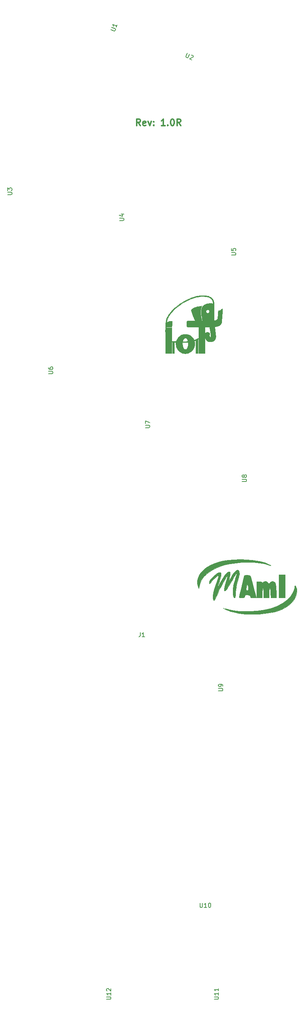
<source format=gbr>
G04 #@! TF.FileFunction,Legend,Top*
%FSLAX46Y46*%
G04 Gerber Fmt 4.6, Leading zero omitted, Abs format (unit mm)*
G04 Created by KiCad (PCBNEW 4.0.6) date 04/30/18 20:45:13*
%MOMM*%
%LPD*%
G01*
G04 APERTURE LIST*
%ADD10C,0.100000*%
%ADD11C,0.300000*%
%ADD12C,0.010000*%
%ADD13C,0.150000*%
G04 APERTURE END LIST*
D10*
D11*
X57485715Y-74678571D02*
X56985715Y-73964286D01*
X56628572Y-74678571D02*
X56628572Y-73178571D01*
X57200000Y-73178571D01*
X57342858Y-73250000D01*
X57414286Y-73321429D01*
X57485715Y-73464286D01*
X57485715Y-73678571D01*
X57414286Y-73821429D01*
X57342858Y-73892857D01*
X57200000Y-73964286D01*
X56628572Y-73964286D01*
X58700000Y-74607143D02*
X58557143Y-74678571D01*
X58271429Y-74678571D01*
X58128572Y-74607143D01*
X58057143Y-74464286D01*
X58057143Y-73892857D01*
X58128572Y-73750000D01*
X58271429Y-73678571D01*
X58557143Y-73678571D01*
X58700000Y-73750000D01*
X58771429Y-73892857D01*
X58771429Y-74035714D01*
X58057143Y-74178571D01*
X59271429Y-73678571D02*
X59628572Y-74678571D01*
X59985714Y-73678571D01*
X60557143Y-74535714D02*
X60628571Y-74607143D01*
X60557143Y-74678571D01*
X60485714Y-74607143D01*
X60557143Y-74535714D01*
X60557143Y-74678571D01*
X60557143Y-73750000D02*
X60628571Y-73821429D01*
X60557143Y-73892857D01*
X60485714Y-73821429D01*
X60557143Y-73750000D01*
X60557143Y-73892857D01*
X63200000Y-74678571D02*
X62342857Y-74678571D01*
X62771429Y-74678571D02*
X62771429Y-73178571D01*
X62628572Y-73392857D01*
X62485714Y-73535714D01*
X62342857Y-73607143D01*
X63842857Y-74535714D02*
X63914285Y-74607143D01*
X63842857Y-74678571D01*
X63771428Y-74607143D01*
X63842857Y-74535714D01*
X63842857Y-74678571D01*
X64842857Y-73178571D02*
X64985714Y-73178571D01*
X65128571Y-73250000D01*
X65200000Y-73321429D01*
X65271429Y-73464286D01*
X65342857Y-73750000D01*
X65342857Y-74107143D01*
X65271429Y-74392857D01*
X65200000Y-74535714D01*
X65128571Y-74607143D01*
X64985714Y-74678571D01*
X64842857Y-74678571D01*
X64700000Y-74607143D01*
X64628571Y-74535714D01*
X64557143Y-74392857D01*
X64485714Y-74107143D01*
X64485714Y-73750000D01*
X64557143Y-73464286D01*
X64628571Y-73321429D01*
X64700000Y-73250000D01*
X64842857Y-73178571D01*
X66842857Y-74678571D02*
X66342857Y-73964286D01*
X65985714Y-74678571D02*
X65985714Y-73178571D01*
X66557142Y-73178571D01*
X66700000Y-73250000D01*
X66771428Y-73321429D01*
X66842857Y-73464286D01*
X66842857Y-73678571D01*
X66771428Y-73821429D01*
X66700000Y-73892857D01*
X66557142Y-73964286D01*
X65985714Y-73964286D01*
D12*
G36*
X72027347Y-114083686D02*
X72182972Y-114087883D01*
X72336381Y-114094818D01*
X72484841Y-114104432D01*
X72625620Y-114116666D01*
X72755986Y-114131460D01*
X72806486Y-114138351D01*
X72998005Y-114171230D01*
X73178114Y-114213035D01*
X73346893Y-114263824D01*
X73504423Y-114323653D01*
X73650782Y-114392579D01*
X73786050Y-114470660D01*
X73910306Y-114557952D01*
X74023632Y-114654513D01*
X74126105Y-114760399D01*
X74217805Y-114875668D01*
X74298813Y-115000376D01*
X74369208Y-115134580D01*
X74429069Y-115278338D01*
X74439398Y-115307135D01*
X74476300Y-115427726D01*
X74506783Y-115559260D01*
X74530531Y-115699511D01*
X74547229Y-115846253D01*
X74556559Y-115997260D01*
X74558286Y-116144543D01*
X74558235Y-116206641D01*
X74559886Y-116254448D01*
X74563237Y-116287916D01*
X74565855Y-116300377D01*
X74569534Y-116316134D01*
X74572345Y-116335185D01*
X74574287Y-116358865D01*
X74575363Y-116388509D01*
X74575575Y-116425454D01*
X74574923Y-116471034D01*
X74573410Y-116526586D01*
X74571037Y-116593444D01*
X74567805Y-116672946D01*
X74566343Y-116706971D01*
X74564667Y-116748882D01*
X74563161Y-116794089D01*
X74561818Y-116843429D01*
X74560630Y-116897740D01*
X74559590Y-116957858D01*
X74558691Y-117024620D01*
X74557927Y-117098864D01*
X74557290Y-117181427D01*
X74556773Y-117273146D01*
X74556369Y-117374857D01*
X74556071Y-117487399D01*
X74555872Y-117611608D01*
X74555765Y-117748322D01*
X74555742Y-117898376D01*
X74555756Y-117962457D01*
X74555875Y-118091646D01*
X74556152Y-118222178D01*
X74556577Y-118353241D01*
X74557139Y-118484023D01*
X74557830Y-118613710D01*
X74558641Y-118741490D01*
X74559561Y-118866552D01*
X74560582Y-118988082D01*
X74561694Y-119105267D01*
X74562887Y-119217296D01*
X74564153Y-119323356D01*
X74565481Y-119422634D01*
X74566862Y-119514318D01*
X74568287Y-119597595D01*
X74569747Y-119671653D01*
X74571232Y-119735680D01*
X74572732Y-119788862D01*
X74574238Y-119830387D01*
X74575741Y-119859444D01*
X74577231Y-119875218D01*
X74577993Y-119877898D01*
X74587680Y-119879050D01*
X74609158Y-119876705D01*
X74640270Y-119871373D01*
X74678856Y-119863566D01*
X74722759Y-119853793D01*
X74769820Y-119842566D01*
X74817881Y-119830396D01*
X74864784Y-119817794D01*
X74908370Y-119805270D01*
X74946482Y-119793336D01*
X74970252Y-119785050D01*
X75066413Y-119744391D01*
X75151221Y-119698120D01*
X75224086Y-119646689D01*
X75284418Y-119590552D01*
X75331625Y-119530161D01*
X75353972Y-119490923D01*
X75379429Y-119439286D01*
X75469934Y-118503114D01*
X75481072Y-118387815D01*
X75491817Y-118276405D01*
X75502086Y-118169748D01*
X75511798Y-118068709D01*
X75520869Y-117974153D01*
X75529217Y-117886945D01*
X75536760Y-117807950D01*
X75543414Y-117738032D01*
X75549097Y-117678057D01*
X75553728Y-117628890D01*
X75557222Y-117591395D01*
X75559498Y-117566437D01*
X75560474Y-117554882D01*
X75560505Y-117554243D01*
X75561847Y-117548923D01*
X75567360Y-117545325D01*
X75579372Y-117543120D01*
X75600211Y-117541979D01*
X75632206Y-117541573D01*
X75650484Y-117541543D01*
X75735197Y-117537950D01*
X75816170Y-117526729D01*
X75894861Y-117507216D01*
X75972724Y-117478747D01*
X76051214Y-117440660D01*
X76131787Y-117392290D01*
X76215899Y-117332974D01*
X76305005Y-117262049D01*
X76352567Y-117221430D01*
X76402714Y-117178301D01*
X76443323Y-117145235D01*
X76475374Y-117122290D01*
X76499850Y-117109528D01*
X76517729Y-117107008D01*
X76529992Y-117114791D01*
X76537621Y-117132938D01*
X76541594Y-117161508D01*
X76542894Y-117200561D01*
X76542751Y-117233114D01*
X76542108Y-117248462D01*
X76540423Y-117277416D01*
X76537761Y-117319110D01*
X76534187Y-117372679D01*
X76529764Y-117437256D01*
X76524558Y-117511975D01*
X76518632Y-117595971D01*
X76512051Y-117688377D01*
X76504878Y-117788328D01*
X76497179Y-117894957D01*
X76489018Y-118007399D01*
X76480458Y-118124788D01*
X76471565Y-118246258D01*
X76462402Y-118370943D01*
X76453034Y-118497976D01*
X76443524Y-118626493D01*
X76433939Y-118755626D01*
X76424341Y-118884511D01*
X76414794Y-119012280D01*
X76405364Y-119138069D01*
X76396115Y-119261011D01*
X76387111Y-119380241D01*
X76378415Y-119494891D01*
X76370093Y-119604098D01*
X76362209Y-119706993D01*
X76354827Y-119802712D01*
X76348011Y-119890389D01*
X76341826Y-119969158D01*
X76336336Y-120038152D01*
X76331605Y-120096505D01*
X76327697Y-120143353D01*
X76324678Y-120177828D01*
X76322610Y-120199066D01*
X76322359Y-120201286D01*
X76304295Y-120319479D01*
X76278648Y-120427703D01*
X76244629Y-120528810D01*
X76210235Y-120607788D01*
X76159214Y-120700148D01*
X76098367Y-120785141D01*
X76027254Y-120863049D01*
X75945434Y-120934156D01*
X75852466Y-120998744D01*
X75747910Y-121057098D01*
X75631325Y-121109500D01*
X75502271Y-121156233D01*
X75360307Y-121197580D01*
X75252058Y-121223684D01*
X75183882Y-121237997D01*
X75105925Y-121252902D01*
X75022852Y-121267600D01*
X74939330Y-121281289D01*
X74860024Y-121293170D01*
X74800386Y-121301129D01*
X74761474Y-121306824D01*
X74736745Y-121312497D01*
X74726349Y-121318110D01*
X74726000Y-121319330D01*
X74726798Y-121327537D01*
X74729128Y-121349292D01*
X74732892Y-121383721D01*
X74737991Y-121429948D01*
X74744330Y-121487100D01*
X74751809Y-121554302D01*
X74760332Y-121630680D01*
X74769801Y-121715358D01*
X74780119Y-121807463D01*
X74791187Y-121906119D01*
X74802908Y-122010453D01*
X74815184Y-122119589D01*
X74827704Y-122230742D01*
X74844225Y-122377346D01*
X74859201Y-122510315D01*
X74872706Y-122630437D01*
X74884817Y-122738500D01*
X74895610Y-122835292D01*
X74905160Y-122921603D01*
X74913544Y-122998219D01*
X74920837Y-123065929D01*
X74927115Y-123125521D01*
X74932456Y-123177784D01*
X74936933Y-123223505D01*
X74940624Y-123263473D01*
X74943604Y-123298477D01*
X74945949Y-123329303D01*
X74947736Y-123356741D01*
X74949039Y-123381578D01*
X74949936Y-123404603D01*
X74950502Y-123426605D01*
X74950812Y-123448370D01*
X74950944Y-123470688D01*
X74950972Y-123494346D01*
X74950972Y-123509938D01*
X74946499Y-123662157D01*
X74932987Y-123803340D01*
X74910291Y-123933917D01*
X74878270Y-124054322D01*
X74836781Y-124164983D01*
X74785679Y-124266335D01*
X74724824Y-124358806D01*
X74654071Y-124442830D01*
X74635762Y-124461625D01*
X74555275Y-124533400D01*
X74466660Y-124595811D01*
X74369308Y-124649084D01*
X74262614Y-124693447D01*
X74145970Y-124729125D01*
X74018768Y-124756345D01*
X73880403Y-124775334D01*
X73771686Y-124784148D01*
X73624657Y-124787603D01*
X73486756Y-124779804D01*
X73357907Y-124760719D01*
X73238032Y-124730316D01*
X73127056Y-124688562D01*
X73024901Y-124635426D01*
X72931492Y-124570876D01*
X72846751Y-124494880D01*
X72770603Y-124407406D01*
X72728407Y-124348500D01*
X72678966Y-124268307D01*
X72635329Y-124184521D01*
X72597103Y-124095766D01*
X72563895Y-124000667D01*
X72535311Y-123897850D01*
X72510958Y-123785940D01*
X72490441Y-123663562D01*
X72473368Y-123529342D01*
X72462564Y-123419828D01*
X72460746Y-123401310D01*
X72459291Y-123392028D01*
X72458151Y-123392801D01*
X72457280Y-123404446D01*
X72456631Y-123427781D01*
X72456156Y-123463626D01*
X72455809Y-123512797D01*
X72455681Y-123539571D01*
X72454447Y-123827952D01*
X72453269Y-124102157D01*
X72452145Y-124362526D01*
X72451074Y-124609398D01*
X72450054Y-124843111D01*
X72449083Y-125064006D01*
X72448159Y-125272421D01*
X72447281Y-125468694D01*
X72446447Y-125653166D01*
X72445654Y-125826174D01*
X72444902Y-125988058D01*
X72444189Y-126139158D01*
X72443512Y-126279811D01*
X72442870Y-126410357D01*
X72442261Y-126531136D01*
X72441684Y-126642485D01*
X72441136Y-126744745D01*
X72440616Y-126838253D01*
X72440121Y-126923350D01*
X72439652Y-127000373D01*
X72439204Y-127069663D01*
X72438778Y-127131558D01*
X72438370Y-127186397D01*
X72437979Y-127234519D01*
X72437604Y-127276264D01*
X72437242Y-127311969D01*
X72436892Y-127341975D01*
X72436553Y-127366620D01*
X72436221Y-127386243D01*
X72435896Y-127401183D01*
X72435576Y-127411780D01*
X72435358Y-127416700D01*
X72431346Y-127491086D01*
X71917968Y-127491086D01*
X71826021Y-127491014D01*
X71733078Y-127490807D01*
X71641000Y-127490477D01*
X71551652Y-127490036D01*
X71466897Y-127489497D01*
X71388596Y-127488872D01*
X71318614Y-127488173D01*
X71258812Y-127487413D01*
X71211054Y-127486604D01*
X71198395Y-127486331D01*
X70992200Y-127481577D01*
X70994500Y-126824117D01*
X70994749Y-126733320D01*
X70994912Y-126629660D01*
X70994992Y-126514786D01*
X70994990Y-126390350D01*
X70994910Y-126258002D01*
X70994754Y-126119392D01*
X70994524Y-125976171D01*
X70994225Y-125829990D01*
X70993857Y-125682499D01*
X70993424Y-125535347D01*
X70992928Y-125390187D01*
X70992372Y-125248668D01*
X70991796Y-125120048D01*
X70986791Y-124073439D01*
X70935067Y-124116508D01*
X70907483Y-124139662D01*
X70879910Y-124163115D01*
X70857237Y-124182701D01*
X70852313Y-124187031D01*
X70821282Y-124214486D01*
X70814331Y-125611486D01*
X70813614Y-125756717D01*
X70812916Y-125900294D01*
X70812241Y-126041349D01*
X70811593Y-126179013D01*
X70810975Y-126312420D01*
X70810391Y-126440699D01*
X70809845Y-126562984D01*
X70809341Y-126678406D01*
X70808883Y-126786097D01*
X70808473Y-126885189D01*
X70808117Y-126974813D01*
X70807817Y-127054102D01*
X70807578Y-127122187D01*
X70807403Y-127178200D01*
X70807296Y-127221273D01*
X70807261Y-127246157D01*
X70807143Y-127483828D01*
X70328172Y-127483828D01*
X70328172Y-125981600D01*
X70328159Y-125835050D01*
X70328124Y-125692401D01*
X70328065Y-125554328D01*
X70327986Y-125421506D01*
X70327886Y-125294611D01*
X70327767Y-125174318D01*
X70327630Y-125061302D01*
X70327476Y-124956239D01*
X70327307Y-124859803D01*
X70327124Y-124772670D01*
X70326927Y-124695516D01*
X70326718Y-124629016D01*
X70326498Y-124573845D01*
X70326269Y-124530678D01*
X70326030Y-124500190D01*
X70325785Y-124483058D01*
X70325604Y-124479371D01*
X70318310Y-124481820D01*
X70299762Y-124488597D01*
X70272267Y-124498843D01*
X70238126Y-124511703D01*
X70211304Y-124521879D01*
X70169000Y-124537790D01*
X70127002Y-124553265D01*
X70089116Y-124566922D01*
X70059149Y-124577380D01*
X70048772Y-124580834D01*
X70023192Y-124589557D01*
X70003110Y-124597220D01*
X69992506Y-124602294D01*
X69992107Y-124602611D01*
X69991816Y-124611081D01*
X69994710Y-124631177D01*
X70000332Y-124660476D01*
X70008228Y-124696552D01*
X70015442Y-124726899D01*
X70032403Y-124798262D01*
X70046044Y-124861722D01*
X70056708Y-124920331D01*
X70064739Y-124977137D01*
X70070480Y-125035192D01*
X70074275Y-125097546D01*
X70076467Y-125167249D01*
X70077401Y-125247352D01*
X70077493Y-125277657D01*
X70077477Y-125343405D01*
X70077143Y-125397128D01*
X70076367Y-125441313D01*
X70075023Y-125478447D01*
X70072985Y-125511019D01*
X70070127Y-125541516D01*
X70066325Y-125572426D01*
X70061453Y-125606236D01*
X70060657Y-125611486D01*
X70025789Y-125793964D01*
X69977752Y-125970444D01*
X69916612Y-126140772D01*
X69842438Y-126304795D01*
X69755298Y-126462360D01*
X69655258Y-126613316D01*
X69564456Y-126731078D01*
X69529764Y-126771082D01*
X69486903Y-126817133D01*
X69438625Y-126866546D01*
X69387680Y-126916636D01*
X69336819Y-126964716D01*
X69288794Y-127008103D01*
X69246356Y-127044111D01*
X69232343Y-127055241D01*
X69084893Y-127160787D01*
X68932369Y-127252736D01*
X68774746Y-127331095D01*
X68612002Y-127395874D01*
X68444113Y-127447083D01*
X68271055Y-127484730D01*
X68092806Y-127508825D01*
X68049792Y-127512550D01*
X67970665Y-127517045D01*
X67889738Y-127518686D01*
X67813224Y-127517410D01*
X67773657Y-127515332D01*
X67599024Y-127497349D01*
X67431983Y-127467730D01*
X67270884Y-127426024D01*
X67114073Y-127371783D01*
X66959898Y-127304557D01*
X66913686Y-127281676D01*
X66845938Y-127245109D01*
X66772917Y-127202036D01*
X66698753Y-127155113D01*
X66627571Y-127106999D01*
X66563502Y-127060350D01*
X66533922Y-127037195D01*
X66410031Y-126928426D01*
X66292753Y-126807919D01*
X66183550Y-126677503D01*
X66083887Y-126539013D01*
X65995230Y-126394279D01*
X65946578Y-126302506D01*
X65886389Y-126173492D01*
X65836047Y-126046460D01*
X65794495Y-125917946D01*
X65760674Y-125784487D01*
X65733527Y-125642619D01*
X65722194Y-125567943D01*
X65717751Y-125526228D01*
X65714272Y-125473333D01*
X65711764Y-125412159D01*
X65710232Y-125345603D01*
X65709681Y-125276563D01*
X65709767Y-125263027D01*
X67224083Y-125263027D01*
X67224925Y-125306686D01*
X67233262Y-125453496D01*
X67248626Y-125594485D01*
X67270705Y-125728963D01*
X67299184Y-125856243D01*
X67333750Y-125975636D01*
X67374088Y-126086453D01*
X67419886Y-126188007D01*
X67470830Y-126279609D01*
X67526607Y-126360570D01*
X67586901Y-126430203D01*
X67651401Y-126487820D01*
X67719791Y-126532731D01*
X67791760Y-126564249D01*
X67799057Y-126566612D01*
X67829561Y-126572668D01*
X67868961Y-126575625D01*
X67911982Y-126575523D01*
X67953351Y-126572400D01*
X67987793Y-126566296D01*
X67991869Y-126565175D01*
X68055018Y-126539722D01*
X68117801Y-126500867D01*
X68179124Y-126449707D01*
X68237891Y-126387336D01*
X68293006Y-126314848D01*
X68343374Y-126233338D01*
X68365170Y-126192075D01*
X68414340Y-126083861D01*
X68456460Y-125968966D01*
X68492008Y-125845713D01*
X68521459Y-125712424D01*
X68545290Y-125567423D01*
X68547824Y-125548940D01*
X68551969Y-125510162D01*
X68555294Y-125462961D01*
X68557821Y-125409158D01*
X68559567Y-125350573D01*
X68560555Y-125289025D01*
X68560804Y-125226334D01*
X68560334Y-125164320D01*
X68559165Y-125104803D01*
X68557318Y-125049604D01*
X68554812Y-125000542D01*
X68551668Y-124959437D01*
X68547907Y-124928108D01*
X68543547Y-124908377D01*
X68540668Y-124902877D01*
X68532638Y-124902355D01*
X68512605Y-124903118D01*
X68483010Y-124905015D01*
X68446291Y-124907894D01*
X68414851Y-124910672D01*
X68300214Y-124920757D01*
X68189503Y-124929386D01*
X68079903Y-124936704D01*
X67968600Y-124942859D01*
X67852778Y-124947998D01*
X67729623Y-124952268D01*
X67596319Y-124955816D01*
X67517936Y-124957507D01*
X67456297Y-124958848D01*
X67399282Y-124960294D01*
X67348506Y-124961787D01*
X67305582Y-124963272D01*
X67272126Y-124964691D01*
X67249751Y-124965989D01*
X67240071Y-124967108D01*
X67239833Y-124967234D01*
X67236605Y-124977385D01*
X67233536Y-124999767D01*
X67230726Y-125032096D01*
X67228277Y-125072089D01*
X67226287Y-125117462D01*
X67224858Y-125165931D01*
X67224090Y-125215214D01*
X67224083Y-125263027D01*
X65709767Y-125263027D01*
X65710117Y-125207939D01*
X65711545Y-125142627D01*
X65713971Y-125083529D01*
X65717400Y-125033540D01*
X65721118Y-125000308D01*
X65731308Y-124929788D01*
X65712897Y-124926233D01*
X65700484Y-124924994D01*
X65675911Y-124923494D01*
X65641529Y-124921840D01*
X65599686Y-124920140D01*
X65552734Y-124918504D01*
X65529386Y-124917782D01*
X65364286Y-124912886D01*
X65364286Y-127469314D01*
X64943412Y-127469314D01*
X64941577Y-126175728D01*
X64939743Y-124882143D01*
X64854333Y-124875629D01*
X64820778Y-124873317D01*
X64792921Y-124871866D01*
X64773705Y-124871395D01*
X64766095Y-124872001D01*
X64765768Y-124879443D01*
X64765394Y-124900670D01*
X64764976Y-124934954D01*
X64764519Y-124981566D01*
X64764027Y-125039776D01*
X64763506Y-125108856D01*
X64762959Y-125188077D01*
X64762391Y-125276711D01*
X64761807Y-125374027D01*
X64761212Y-125479299D01*
X64760610Y-125591795D01*
X64760005Y-125710789D01*
X64759402Y-125835550D01*
X64758806Y-125965350D01*
X64758222Y-126099461D01*
X64757918Y-126172100D01*
X64752569Y-127469314D01*
X63303257Y-127469314D01*
X63303183Y-125725786D01*
X63303168Y-125535565D01*
X63303139Y-125359201D01*
X63303090Y-125196035D01*
X63303017Y-125045412D01*
X63302915Y-124906671D01*
X63302780Y-124779157D01*
X63302720Y-124737830D01*
X67272915Y-124737830D01*
X67272915Y-124756180D01*
X67463415Y-124751751D01*
X67527665Y-124750110D01*
X67599097Y-124748038D01*
X67672697Y-124745696D01*
X67743455Y-124743247D01*
X67806359Y-124740851D01*
X67824457Y-124740104D01*
X67894127Y-124736919D01*
X67966379Y-124733186D01*
X68039697Y-124729018D01*
X68112569Y-124724526D01*
X68183479Y-124719825D01*
X68250914Y-124715027D01*
X68313359Y-124710244D01*
X68369300Y-124705590D01*
X68417224Y-124701177D01*
X68455616Y-124697119D01*
X68482961Y-124693528D01*
X68497746Y-124690517D01*
X68499422Y-124689797D01*
X68501861Y-124680156D01*
X68499397Y-124658277D01*
X68492340Y-124625467D01*
X68481003Y-124583035D01*
X68465696Y-124532287D01*
X68451574Y-124488884D01*
X68410670Y-124379405D01*
X68364736Y-124279764D01*
X68314279Y-124190460D01*
X68259807Y-124111991D01*
X68201826Y-124044853D01*
X68140844Y-123989545D01*
X68077368Y-123946564D01*
X68011906Y-123916408D01*
X67944966Y-123899574D01*
X67877053Y-123896561D01*
X67850422Y-123899238D01*
X67787368Y-123913027D01*
X67728757Y-123936523D01*
X67672420Y-123970955D01*
X67616190Y-124017551D01*
X67582069Y-124051368D01*
X67514908Y-124131429D01*
X67453972Y-124224431D01*
X67399372Y-124330151D01*
X67351219Y-124448368D01*
X67309622Y-124578859D01*
X67297756Y-124623012D01*
X67288574Y-124659973D01*
X67280925Y-124693254D01*
X67275503Y-124719644D01*
X67273003Y-124735931D01*
X67272915Y-124737830D01*
X63302720Y-124737830D01*
X63302608Y-124662211D01*
X63302394Y-124555176D01*
X63302133Y-124457394D01*
X63301822Y-124368208D01*
X63301454Y-124286959D01*
X63301027Y-124212990D01*
X63300536Y-124145643D01*
X63299976Y-124084262D01*
X63299342Y-124028187D01*
X63298630Y-123976762D01*
X63297836Y-123929329D01*
X63296955Y-123885230D01*
X63295982Y-123843808D01*
X63294914Y-123804404D01*
X63293745Y-123766362D01*
X63292472Y-123729023D01*
X63291089Y-123691730D01*
X63289592Y-123653825D01*
X63288928Y-123637543D01*
X63273282Y-123180137D01*
X63264280Y-122730750D01*
X63261910Y-122290129D01*
X63266160Y-121859018D01*
X63274015Y-121554663D01*
X63484686Y-121554663D01*
X64117872Y-121556517D01*
X64751057Y-121558371D01*
X64752888Y-123116843D01*
X64753101Y-123294159D01*
X64753308Y-123457531D01*
X64753516Y-123607527D01*
X64753730Y-123744717D01*
X64753955Y-123869669D01*
X64754195Y-123982954D01*
X64754458Y-124085140D01*
X64754747Y-124176796D01*
X64755069Y-124258493D01*
X64755428Y-124330799D01*
X64755829Y-124394284D01*
X64756279Y-124449516D01*
X64756783Y-124497066D01*
X64757344Y-124537502D01*
X64757970Y-124571393D01*
X64758666Y-124599310D01*
X64759435Y-124621821D01*
X64760285Y-124639495D01*
X64761220Y-124652903D01*
X64762245Y-124662612D01*
X64763366Y-124669193D01*
X64764588Y-124673215D01*
X64765917Y-124675246D01*
X64767357Y-124675857D01*
X64767403Y-124675860D01*
X64776733Y-124676276D01*
X64799284Y-124677289D01*
X64833776Y-124678841D01*
X64878933Y-124680875D01*
X64933473Y-124683333D01*
X64996119Y-124686157D01*
X65065592Y-124689290D01*
X65140614Y-124692674D01*
X65219904Y-124696251D01*
X65230029Y-124696708D01*
X65310990Y-124700340D01*
X65388798Y-124703791D01*
X65462044Y-124707001D01*
X65529316Y-124709909D01*
X65589205Y-124712457D01*
X65640302Y-124714583D01*
X65681194Y-124716228D01*
X65710474Y-124717332D01*
X65726729Y-124717835D01*
X65727143Y-124717842D01*
X65774315Y-124718675D01*
X65798374Y-124633494D01*
X65847540Y-124483836D01*
X65909933Y-124334644D01*
X65984351Y-124187916D01*
X66069587Y-124045654D01*
X66164438Y-123909855D01*
X66267699Y-123782520D01*
X66378164Y-123665646D01*
X66386351Y-123657701D01*
X66520537Y-123538053D01*
X66661987Y-123430946D01*
X66810482Y-123336487D01*
X66965802Y-123254779D01*
X67127725Y-123185930D01*
X67296033Y-123130044D01*
X67470506Y-123087227D01*
X67632143Y-123060017D01*
X67690022Y-123054072D01*
X67758491Y-123049933D01*
X67833737Y-123047602D01*
X67911948Y-123047082D01*
X67989311Y-123048376D01*
X68062014Y-123051487D01*
X68126244Y-123056416D01*
X68154657Y-123059651D01*
X68334276Y-123090007D01*
X68507481Y-123133342D01*
X68674156Y-123189600D01*
X68834186Y-123258725D01*
X68987455Y-123340662D01*
X69133848Y-123435356D01*
X69273249Y-123542750D01*
X69400688Y-123658038D01*
X69515489Y-123777261D01*
X69617551Y-123898918D01*
X69708650Y-124025481D01*
X69790563Y-124159423D01*
X69865064Y-124303217D01*
X69867107Y-124307507D01*
X69914200Y-124406616D01*
X70017772Y-124370204D01*
X70181104Y-124309530D01*
X70344961Y-124242405D01*
X70506137Y-124170304D01*
X70661426Y-124094703D01*
X70807625Y-124017079D01*
X70901486Y-123963135D01*
X70992200Y-123909146D01*
X70996542Y-123365130D01*
X70997236Y-123273871D01*
X70997965Y-123170319D01*
X70998715Y-123056693D01*
X70999473Y-122935215D01*
X71000227Y-122808106D01*
X71000964Y-122677586D01*
X71001672Y-122545875D01*
X71002338Y-122415194D01*
X71002661Y-122347711D01*
X72461772Y-122347711D01*
X72461772Y-122789960D01*
X72486927Y-122767874D01*
X72543383Y-122724526D01*
X72610105Y-122683580D01*
X72682847Y-122647226D01*
X72757362Y-122617656D01*
X72808102Y-122602218D01*
X72844677Y-122593496D01*
X72878144Y-122587821D01*
X72913792Y-122584579D01*
X72956912Y-122583153D01*
X72973400Y-122582978D01*
X73074510Y-122588207D01*
X73168792Y-122605725D01*
X73257985Y-122636105D01*
X73343829Y-122679919D01*
X73416287Y-122728770D01*
X73464861Y-122766799D01*
X73501756Y-122800243D01*
X73528095Y-122831359D01*
X73545002Y-122862402D01*
X73553599Y-122895627D01*
X73555010Y-122933290D01*
X73550356Y-122977646D01*
X73547870Y-122993039D01*
X73540164Y-123031432D01*
X73530139Y-123072421D01*
X73519695Y-123108377D01*
X73517469Y-123115028D01*
X73498797Y-123188879D01*
X73490600Y-123269896D01*
X73492489Y-123355620D01*
X73504075Y-123443594D01*
X73524970Y-123531358D01*
X73554784Y-123616453D01*
X73593128Y-123696423D01*
X73615367Y-123733700D01*
X73635352Y-123763195D01*
X73651236Y-123781208D01*
X73665619Y-123789130D01*
X73681098Y-123788354D01*
X73700272Y-123780273D01*
X73701289Y-123779746D01*
X73732096Y-123756454D01*
X73758188Y-123721023D01*
X73779558Y-123673360D01*
X73796200Y-123613369D01*
X73808108Y-123540956D01*
X73815277Y-123456027D01*
X73817699Y-123358488D01*
X73815369Y-123248244D01*
X73808280Y-123125200D01*
X73796427Y-122989263D01*
X73779804Y-122840337D01*
X73758404Y-122678329D01*
X73732220Y-122503144D01*
X73701248Y-122314687D01*
X73665481Y-122112865D01*
X73624913Y-121897582D01*
X73579537Y-121668745D01*
X73557359Y-121560408D01*
X73547135Y-121511173D01*
X73537701Y-121466207D01*
X73529504Y-121427610D01*
X73522993Y-121397483D01*
X73518616Y-121377926D01*
X73517017Y-121371500D01*
X73515607Y-121369070D01*
X73512329Y-121366971D01*
X73506194Y-121365178D01*
X73496210Y-121363667D01*
X73481387Y-121362414D01*
X73460733Y-121361395D01*
X73433258Y-121360587D01*
X73397971Y-121359965D01*
X73353882Y-121359505D01*
X73299999Y-121359183D01*
X73235332Y-121358976D01*
X73158890Y-121358859D01*
X73069682Y-121358809D01*
X72992232Y-121358800D01*
X72471385Y-121358800D01*
X72466578Y-121632130D01*
X72465660Y-121692503D01*
X72464799Y-121764877D01*
X72464013Y-121846738D01*
X72463318Y-121935573D01*
X72462731Y-122028868D01*
X72462269Y-122124111D01*
X72461949Y-122218787D01*
X72461788Y-122310384D01*
X72461772Y-122347711D01*
X71002661Y-122347711D01*
X71002949Y-122287764D01*
X71003493Y-122165806D01*
X71003799Y-122091771D01*
X71006715Y-121362428D01*
X69696800Y-121358800D01*
X68386886Y-121355171D01*
X68354229Y-121335923D01*
X68315041Y-121304526D01*
X68284060Y-121261860D01*
X68261991Y-121209081D01*
X68252668Y-121169371D01*
X68250834Y-121151619D01*
X68249317Y-121121287D01*
X68248114Y-121078106D01*
X68247222Y-121021810D01*
X68246639Y-120952132D01*
X68246362Y-120868804D01*
X68246387Y-120771560D01*
X68246712Y-120660131D01*
X68246827Y-120633086D01*
X68249000Y-120143228D01*
X68265571Y-120102247D01*
X68286152Y-120062785D01*
X68313541Y-120026372D01*
X68344260Y-119997120D01*
X68366738Y-119982674D01*
X68371342Y-119980620D01*
X68376968Y-119978777D01*
X68384408Y-119977129D01*
X68394453Y-119975661D01*
X68407895Y-119974358D01*
X68425523Y-119973205D01*
X68448130Y-119972185D01*
X68476506Y-119971285D01*
X68511443Y-119970488D01*
X68553732Y-119969780D01*
X68604163Y-119969145D01*
X68663529Y-119968567D01*
X68732619Y-119968032D01*
X68812226Y-119967524D01*
X68903141Y-119967029D01*
X69006153Y-119966529D01*
X69122056Y-119966011D01*
X69251639Y-119965459D01*
X69258968Y-119965428D01*
X70123793Y-119961800D01*
X69695631Y-118775257D01*
X69641726Y-118625858D01*
X69592537Y-118489479D01*
X69547846Y-118365491D01*
X69507434Y-118253264D01*
X69471086Y-118152168D01*
X69438581Y-118061573D01*
X69409703Y-117980851D01*
X69384234Y-117909370D01*
X69361955Y-117846502D01*
X69342650Y-117791617D01*
X69326100Y-117744084D01*
X69312087Y-117703275D01*
X69300394Y-117668560D01*
X69290802Y-117639308D01*
X69283095Y-117614890D01*
X69277053Y-117594677D01*
X69272460Y-117578039D01*
X69269097Y-117564345D01*
X69266746Y-117552967D01*
X69265191Y-117543274D01*
X69264212Y-117534638D01*
X69263592Y-117526427D01*
X69263585Y-117526315D01*
X69264336Y-117466305D01*
X69274956Y-117410290D01*
X69296302Y-117356397D01*
X69329232Y-117302750D01*
X69374602Y-117247474D01*
X69405911Y-117214962D01*
X69472327Y-117155454D01*
X69549761Y-117097872D01*
X69638765Y-117041925D01*
X69739891Y-116987323D01*
X69853691Y-116933774D01*
X69980716Y-116880989D01*
X70121517Y-116828676D01*
X70172143Y-116811110D01*
X70325186Y-116762032D01*
X70490214Y-116714964D01*
X70664772Y-116670419D01*
X70846410Y-116628910D01*
X71032674Y-116590950D01*
X71221112Y-116557052D01*
X71409270Y-116527729D01*
X71594696Y-116503496D01*
X71694974Y-116492487D01*
X71744604Y-116487428D01*
X71719385Y-116522814D01*
X71688378Y-116571946D01*
X71656496Y-116632896D01*
X71624854Y-116703103D01*
X71594565Y-116780007D01*
X71566746Y-116861048D01*
X71554122Y-116902282D01*
X71515862Y-117050942D01*
X71484769Y-117211264D01*
X71460885Y-117382263D01*
X71444252Y-117562958D01*
X71434914Y-117752364D01*
X71432913Y-117949498D01*
X71438289Y-118153376D01*
X71451087Y-118363015D01*
X71471349Y-118577432D01*
X71479141Y-118644628D01*
X71504034Y-118830747D01*
X71534663Y-119026417D01*
X71570365Y-119228160D01*
X71610479Y-119432500D01*
X71654342Y-119635960D01*
X71701291Y-119835061D01*
X71720351Y-119911000D01*
X71733331Y-119961800D01*
X71822601Y-119963844D01*
X71911870Y-119965888D01*
X71908443Y-119942073D01*
X71905858Y-119928681D01*
X71900359Y-119903355D01*
X71892444Y-119868268D01*
X71882607Y-119825593D01*
X71871344Y-119777506D01*
X71860828Y-119733200D01*
X71790361Y-119416598D01*
X71731208Y-119103488D01*
X71682647Y-118789487D01*
X71643958Y-118470213D01*
X71630394Y-118332571D01*
X71626509Y-118281719D01*
X71623071Y-118219789D01*
X71620115Y-118149229D01*
X71617677Y-118072486D01*
X71615790Y-117992007D01*
X71614490Y-117910238D01*
X71613812Y-117829627D01*
X71613797Y-117774906D01*
X72696527Y-117774906D01*
X72705396Y-117846543D01*
X72726143Y-117916110D01*
X72758803Y-117981826D01*
X72803408Y-118041909D01*
X72817575Y-118057006D01*
X72874977Y-118105376D01*
X72938580Y-118140865D01*
X73007350Y-118163170D01*
X73080252Y-118171993D01*
X73156253Y-118167034D01*
X73181180Y-118162462D01*
X73247893Y-118141217D01*
X73308471Y-118107958D01*
X73361959Y-118064230D01*
X73407404Y-118011577D01*
X73443849Y-117951544D01*
X73470340Y-117885675D01*
X73485923Y-117815516D01*
X73489641Y-117742610D01*
X73482031Y-117675800D01*
X73460914Y-117601357D01*
X73427871Y-117534829D01*
X73382245Y-117474980D01*
X73365946Y-117458086D01*
X73308324Y-117409792D01*
X73247024Y-117375304D01*
X73180864Y-117354131D01*
X73108661Y-117345780D01*
X73095604Y-117345600D01*
X73020279Y-117351721D01*
X72951725Y-117370411D01*
X72888665Y-117402162D01*
X72829820Y-117447465D01*
X72829168Y-117448062D01*
X72779155Y-117503312D01*
X72740850Y-117565404D01*
X72714288Y-117632555D01*
X72699502Y-117702983D01*
X72696527Y-117774906D01*
X71613797Y-117774906D01*
X71613790Y-117752622D01*
X71614460Y-117681669D01*
X71615856Y-117619214D01*
X71618012Y-117567707D01*
X71619237Y-117548800D01*
X71635802Y-117377529D01*
X71659035Y-117218898D01*
X71689047Y-117072598D01*
X71725948Y-116938319D01*
X71769850Y-116815752D01*
X71820864Y-116704588D01*
X71879101Y-116604518D01*
X71944673Y-116515231D01*
X72017690Y-116436420D01*
X72019958Y-116434251D01*
X72101661Y-116364284D01*
X72196518Y-116297132D01*
X72303362Y-116233258D01*
X72421024Y-116173125D01*
X72548337Y-116117195D01*
X72684132Y-116065932D01*
X72827242Y-116019798D01*
X72976499Y-115979255D01*
X73130734Y-115944768D01*
X73288780Y-115916799D01*
X73347143Y-115908310D01*
X73406280Y-115901575D01*
X73474705Y-115896051D01*
X73549066Y-115891829D01*
X73626006Y-115888999D01*
X73702174Y-115887649D01*
X73774215Y-115887869D01*
X73838776Y-115889750D01*
X73892501Y-115893380D01*
X73895403Y-115893665D01*
X74002167Y-115907756D01*
X74101574Y-115927652D01*
X74191694Y-115952862D01*
X74270597Y-115982898D01*
X74298364Y-115996041D01*
X74320933Y-116006834D01*
X74337916Y-116013831D01*
X74345751Y-116015570D01*
X74345817Y-116015517D01*
X74346394Y-116007606D01*
X74345966Y-115987871D01*
X74344639Y-115958956D01*
X74342521Y-115923508D01*
X74341469Y-115907999D01*
X74324390Y-115740935D01*
X74297168Y-115583657D01*
X74259681Y-115436052D01*
X74211804Y-115298007D01*
X74153414Y-115169412D01*
X74084388Y-115050153D01*
X74004602Y-114940119D01*
X73913932Y-114839197D01*
X73812256Y-114747275D01*
X73699449Y-114664242D01*
X73575388Y-114589984D01*
X73439950Y-114524391D01*
X73293011Y-114467349D01*
X73134448Y-114418747D01*
X72964137Y-114378472D01*
X72781954Y-114346412D01*
X72596029Y-114323286D01*
X72519837Y-114316484D01*
X72433092Y-114310353D01*
X72338188Y-114304953D01*
X72237519Y-114300344D01*
X72133480Y-114296586D01*
X72028464Y-114293739D01*
X71924866Y-114291864D01*
X71825080Y-114291020D01*
X71731500Y-114291268D01*
X71646522Y-114292668D01*
X71572538Y-114295280D01*
X71543743Y-114296850D01*
X71302441Y-114317652D01*
X71054048Y-114350412D01*
X70799242Y-114394826D01*
X70538702Y-114450591D01*
X70273105Y-114517407D01*
X70003131Y-114594968D01*
X69729458Y-114682974D01*
X69452763Y-114781121D01*
X69173726Y-114889108D01*
X68893024Y-115006630D01*
X68611336Y-115133386D01*
X68329340Y-115269073D01*
X68047715Y-115413389D01*
X67767139Y-115566030D01*
X67488290Y-115726695D01*
X67211847Y-115895080D01*
X66938488Y-116070883D01*
X66668891Y-116253802D01*
X66403734Y-116443533D01*
X66143696Y-116639775D01*
X65952094Y-116791322D01*
X65746892Y-116961540D01*
X65544619Y-117138366D01*
X65347246Y-117319915D01*
X65156739Y-117504300D01*
X64975069Y-117689635D01*
X64804203Y-117874035D01*
X64707008Y-117984228D01*
X64541419Y-118182921D01*
X64387750Y-118382111D01*
X64246218Y-118581387D01*
X64117045Y-118780336D01*
X64000449Y-118978545D01*
X63896651Y-119175602D01*
X63805870Y-119371094D01*
X63728325Y-119564609D01*
X63664238Y-119755734D01*
X63613826Y-119944057D01*
X63583207Y-120094047D01*
X63576060Y-120136878D01*
X63569434Y-120180132D01*
X63564007Y-120219143D01*
X63560460Y-120249241D01*
X63560137Y-120252647D01*
X63555118Y-120308027D01*
X63591522Y-120281873D01*
X63646181Y-120247203D01*
X63713379Y-120212285D01*
X63791175Y-120177859D01*
X63877628Y-120144663D01*
X63970796Y-120113437D01*
X64068739Y-120084921D01*
X64169515Y-120059855D01*
X64181372Y-120057188D01*
X64261429Y-120040991D01*
X64342056Y-120027677D01*
X64421316Y-120017372D01*
X64497277Y-120010201D01*
X64568004Y-120006291D01*
X64631563Y-120005766D01*
X64686022Y-120008752D01*
X64729444Y-120015374D01*
X64747413Y-120020433D01*
X64775403Y-120032639D01*
X64791314Y-120046004D01*
X64795047Y-120052514D01*
X64796458Y-120061157D01*
X64797525Y-120079969D01*
X64798246Y-120109410D01*
X64798619Y-120149941D01*
X64798642Y-120202022D01*
X64798314Y-120266114D01*
X64797633Y-120342678D01*
X64796598Y-120432174D01*
X64795206Y-120535064D01*
X64793455Y-120651806D01*
X64792604Y-120705657D01*
X64791046Y-120800368D01*
X64789481Y-120890886D01*
X64787930Y-120976165D01*
X64786417Y-121055159D01*
X64784964Y-121126821D01*
X64783593Y-121190104D01*
X64782328Y-121243963D01*
X64781190Y-121287351D01*
X64780202Y-121319221D01*
X64779387Y-121338527D01*
X64778840Y-121344286D01*
X64771214Y-121344850D01*
X64750116Y-121345439D01*
X64716587Y-121346044D01*
X64671669Y-121346655D01*
X64616404Y-121347261D01*
X64551834Y-121347854D01*
X64479000Y-121348424D01*
X64398944Y-121348961D01*
X64312708Y-121349456D01*
X64221334Y-121349898D01*
X64134548Y-121350247D01*
X63493842Y-121352580D01*
X63489327Y-121390161D01*
X63487173Y-121415706D01*
X63485560Y-121449299D01*
X63484779Y-121484479D01*
X63484749Y-121491203D01*
X63484686Y-121554663D01*
X63274015Y-121554663D01*
X63277022Y-121438164D01*
X63294483Y-121028313D01*
X63318532Y-120630209D01*
X63336126Y-120397228D01*
X63350500Y-120247748D01*
X63368663Y-120109151D01*
X63391277Y-119978148D01*
X63419002Y-119851447D01*
X63452499Y-119725760D01*
X63492430Y-119597796D01*
X63503076Y-119566286D01*
X63579247Y-119363756D01*
X63669517Y-119159412D01*
X63773626Y-118953566D01*
X63891316Y-118746529D01*
X64022327Y-118538612D01*
X64166400Y-118330124D01*
X64323275Y-118121379D01*
X64492694Y-117912685D01*
X64674398Y-117704355D01*
X64868126Y-117496699D01*
X65073621Y-117290029D01*
X65290622Y-117084654D01*
X65518870Y-116880887D01*
X65758107Y-116679038D01*
X66008073Y-116479417D01*
X66195229Y-116336735D01*
X66459771Y-116144150D01*
X66729463Y-115958053D01*
X67003568Y-115778767D01*
X67281348Y-115606612D01*
X67562066Y-115441910D01*
X67844983Y-115284984D01*
X68129361Y-115136154D01*
X68414464Y-114995743D01*
X68699553Y-114864072D01*
X68983890Y-114741462D01*
X69266738Y-114628236D01*
X69547360Y-114524715D01*
X69825017Y-114431221D01*
X70098971Y-114348075D01*
X70368485Y-114275599D01*
X70632822Y-114214115D01*
X70891243Y-114163945D01*
X71143011Y-114125409D01*
X71311630Y-114105856D01*
X71437343Y-114095470D01*
X71574504Y-114088120D01*
X71720380Y-114083745D01*
X71872238Y-114082287D01*
X72027347Y-114083686D01*
X72027347Y-114083686D01*
G37*
X72027347Y-114083686D02*
X72182972Y-114087883D01*
X72336381Y-114094818D01*
X72484841Y-114104432D01*
X72625620Y-114116666D01*
X72755986Y-114131460D01*
X72806486Y-114138351D01*
X72998005Y-114171230D01*
X73178114Y-114213035D01*
X73346893Y-114263824D01*
X73504423Y-114323653D01*
X73650782Y-114392579D01*
X73786050Y-114470660D01*
X73910306Y-114557952D01*
X74023632Y-114654513D01*
X74126105Y-114760399D01*
X74217805Y-114875668D01*
X74298813Y-115000376D01*
X74369208Y-115134580D01*
X74429069Y-115278338D01*
X74439398Y-115307135D01*
X74476300Y-115427726D01*
X74506783Y-115559260D01*
X74530531Y-115699511D01*
X74547229Y-115846253D01*
X74556559Y-115997260D01*
X74558286Y-116144543D01*
X74558235Y-116206641D01*
X74559886Y-116254448D01*
X74563237Y-116287916D01*
X74565855Y-116300377D01*
X74569534Y-116316134D01*
X74572345Y-116335185D01*
X74574287Y-116358865D01*
X74575363Y-116388509D01*
X74575575Y-116425454D01*
X74574923Y-116471034D01*
X74573410Y-116526586D01*
X74571037Y-116593444D01*
X74567805Y-116672946D01*
X74566343Y-116706971D01*
X74564667Y-116748882D01*
X74563161Y-116794089D01*
X74561818Y-116843429D01*
X74560630Y-116897740D01*
X74559590Y-116957858D01*
X74558691Y-117024620D01*
X74557927Y-117098864D01*
X74557290Y-117181427D01*
X74556773Y-117273146D01*
X74556369Y-117374857D01*
X74556071Y-117487399D01*
X74555872Y-117611608D01*
X74555765Y-117748322D01*
X74555742Y-117898376D01*
X74555756Y-117962457D01*
X74555875Y-118091646D01*
X74556152Y-118222178D01*
X74556577Y-118353241D01*
X74557139Y-118484023D01*
X74557830Y-118613710D01*
X74558641Y-118741490D01*
X74559561Y-118866552D01*
X74560582Y-118988082D01*
X74561694Y-119105267D01*
X74562887Y-119217296D01*
X74564153Y-119323356D01*
X74565481Y-119422634D01*
X74566862Y-119514318D01*
X74568287Y-119597595D01*
X74569747Y-119671653D01*
X74571232Y-119735680D01*
X74572732Y-119788862D01*
X74574238Y-119830387D01*
X74575741Y-119859444D01*
X74577231Y-119875218D01*
X74577993Y-119877898D01*
X74587680Y-119879050D01*
X74609158Y-119876705D01*
X74640270Y-119871373D01*
X74678856Y-119863566D01*
X74722759Y-119853793D01*
X74769820Y-119842566D01*
X74817881Y-119830396D01*
X74864784Y-119817794D01*
X74908370Y-119805270D01*
X74946482Y-119793336D01*
X74970252Y-119785050D01*
X75066413Y-119744391D01*
X75151221Y-119698120D01*
X75224086Y-119646689D01*
X75284418Y-119590552D01*
X75331625Y-119530161D01*
X75353972Y-119490923D01*
X75379429Y-119439286D01*
X75469934Y-118503114D01*
X75481072Y-118387815D01*
X75491817Y-118276405D01*
X75502086Y-118169748D01*
X75511798Y-118068709D01*
X75520869Y-117974153D01*
X75529217Y-117886945D01*
X75536760Y-117807950D01*
X75543414Y-117738032D01*
X75549097Y-117678057D01*
X75553728Y-117628890D01*
X75557222Y-117591395D01*
X75559498Y-117566437D01*
X75560474Y-117554882D01*
X75560505Y-117554243D01*
X75561847Y-117548923D01*
X75567360Y-117545325D01*
X75579372Y-117543120D01*
X75600211Y-117541979D01*
X75632206Y-117541573D01*
X75650484Y-117541543D01*
X75735197Y-117537950D01*
X75816170Y-117526729D01*
X75894861Y-117507216D01*
X75972724Y-117478747D01*
X76051214Y-117440660D01*
X76131787Y-117392290D01*
X76215899Y-117332974D01*
X76305005Y-117262049D01*
X76352567Y-117221430D01*
X76402714Y-117178301D01*
X76443323Y-117145235D01*
X76475374Y-117122290D01*
X76499850Y-117109528D01*
X76517729Y-117107008D01*
X76529992Y-117114791D01*
X76537621Y-117132938D01*
X76541594Y-117161508D01*
X76542894Y-117200561D01*
X76542751Y-117233114D01*
X76542108Y-117248462D01*
X76540423Y-117277416D01*
X76537761Y-117319110D01*
X76534187Y-117372679D01*
X76529764Y-117437256D01*
X76524558Y-117511975D01*
X76518632Y-117595971D01*
X76512051Y-117688377D01*
X76504878Y-117788328D01*
X76497179Y-117894957D01*
X76489018Y-118007399D01*
X76480458Y-118124788D01*
X76471565Y-118246258D01*
X76462402Y-118370943D01*
X76453034Y-118497976D01*
X76443524Y-118626493D01*
X76433939Y-118755626D01*
X76424341Y-118884511D01*
X76414794Y-119012280D01*
X76405364Y-119138069D01*
X76396115Y-119261011D01*
X76387111Y-119380241D01*
X76378415Y-119494891D01*
X76370093Y-119604098D01*
X76362209Y-119706993D01*
X76354827Y-119802712D01*
X76348011Y-119890389D01*
X76341826Y-119969158D01*
X76336336Y-120038152D01*
X76331605Y-120096505D01*
X76327697Y-120143353D01*
X76324678Y-120177828D01*
X76322610Y-120199066D01*
X76322359Y-120201286D01*
X76304295Y-120319479D01*
X76278648Y-120427703D01*
X76244629Y-120528810D01*
X76210235Y-120607788D01*
X76159214Y-120700148D01*
X76098367Y-120785141D01*
X76027254Y-120863049D01*
X75945434Y-120934156D01*
X75852466Y-120998744D01*
X75747910Y-121057098D01*
X75631325Y-121109500D01*
X75502271Y-121156233D01*
X75360307Y-121197580D01*
X75252058Y-121223684D01*
X75183882Y-121237997D01*
X75105925Y-121252902D01*
X75022852Y-121267600D01*
X74939330Y-121281289D01*
X74860024Y-121293170D01*
X74800386Y-121301129D01*
X74761474Y-121306824D01*
X74736745Y-121312497D01*
X74726349Y-121318110D01*
X74726000Y-121319330D01*
X74726798Y-121327537D01*
X74729128Y-121349292D01*
X74732892Y-121383721D01*
X74737991Y-121429948D01*
X74744330Y-121487100D01*
X74751809Y-121554302D01*
X74760332Y-121630680D01*
X74769801Y-121715358D01*
X74780119Y-121807463D01*
X74791187Y-121906119D01*
X74802908Y-122010453D01*
X74815184Y-122119589D01*
X74827704Y-122230742D01*
X74844225Y-122377346D01*
X74859201Y-122510315D01*
X74872706Y-122630437D01*
X74884817Y-122738500D01*
X74895610Y-122835292D01*
X74905160Y-122921603D01*
X74913544Y-122998219D01*
X74920837Y-123065929D01*
X74927115Y-123125521D01*
X74932456Y-123177784D01*
X74936933Y-123223505D01*
X74940624Y-123263473D01*
X74943604Y-123298477D01*
X74945949Y-123329303D01*
X74947736Y-123356741D01*
X74949039Y-123381578D01*
X74949936Y-123404603D01*
X74950502Y-123426605D01*
X74950812Y-123448370D01*
X74950944Y-123470688D01*
X74950972Y-123494346D01*
X74950972Y-123509938D01*
X74946499Y-123662157D01*
X74932987Y-123803340D01*
X74910291Y-123933917D01*
X74878270Y-124054322D01*
X74836781Y-124164983D01*
X74785679Y-124266335D01*
X74724824Y-124358806D01*
X74654071Y-124442830D01*
X74635762Y-124461625D01*
X74555275Y-124533400D01*
X74466660Y-124595811D01*
X74369308Y-124649084D01*
X74262614Y-124693447D01*
X74145970Y-124729125D01*
X74018768Y-124756345D01*
X73880403Y-124775334D01*
X73771686Y-124784148D01*
X73624657Y-124787603D01*
X73486756Y-124779804D01*
X73357907Y-124760719D01*
X73238032Y-124730316D01*
X73127056Y-124688562D01*
X73024901Y-124635426D01*
X72931492Y-124570876D01*
X72846751Y-124494880D01*
X72770603Y-124407406D01*
X72728407Y-124348500D01*
X72678966Y-124268307D01*
X72635329Y-124184521D01*
X72597103Y-124095766D01*
X72563895Y-124000667D01*
X72535311Y-123897850D01*
X72510958Y-123785940D01*
X72490441Y-123663562D01*
X72473368Y-123529342D01*
X72462564Y-123419828D01*
X72460746Y-123401310D01*
X72459291Y-123392028D01*
X72458151Y-123392801D01*
X72457280Y-123404446D01*
X72456631Y-123427781D01*
X72456156Y-123463626D01*
X72455809Y-123512797D01*
X72455681Y-123539571D01*
X72454447Y-123827952D01*
X72453269Y-124102157D01*
X72452145Y-124362526D01*
X72451074Y-124609398D01*
X72450054Y-124843111D01*
X72449083Y-125064006D01*
X72448159Y-125272421D01*
X72447281Y-125468694D01*
X72446447Y-125653166D01*
X72445654Y-125826174D01*
X72444902Y-125988058D01*
X72444189Y-126139158D01*
X72443512Y-126279811D01*
X72442870Y-126410357D01*
X72442261Y-126531136D01*
X72441684Y-126642485D01*
X72441136Y-126744745D01*
X72440616Y-126838253D01*
X72440121Y-126923350D01*
X72439652Y-127000373D01*
X72439204Y-127069663D01*
X72438778Y-127131558D01*
X72438370Y-127186397D01*
X72437979Y-127234519D01*
X72437604Y-127276264D01*
X72437242Y-127311969D01*
X72436892Y-127341975D01*
X72436553Y-127366620D01*
X72436221Y-127386243D01*
X72435896Y-127401183D01*
X72435576Y-127411780D01*
X72435358Y-127416700D01*
X72431346Y-127491086D01*
X71917968Y-127491086D01*
X71826021Y-127491014D01*
X71733078Y-127490807D01*
X71641000Y-127490477D01*
X71551652Y-127490036D01*
X71466897Y-127489497D01*
X71388596Y-127488872D01*
X71318614Y-127488173D01*
X71258812Y-127487413D01*
X71211054Y-127486604D01*
X71198395Y-127486331D01*
X70992200Y-127481577D01*
X70994500Y-126824117D01*
X70994749Y-126733320D01*
X70994912Y-126629660D01*
X70994992Y-126514786D01*
X70994990Y-126390350D01*
X70994910Y-126258002D01*
X70994754Y-126119392D01*
X70994524Y-125976171D01*
X70994225Y-125829990D01*
X70993857Y-125682499D01*
X70993424Y-125535347D01*
X70992928Y-125390187D01*
X70992372Y-125248668D01*
X70991796Y-125120048D01*
X70986791Y-124073439D01*
X70935067Y-124116508D01*
X70907483Y-124139662D01*
X70879910Y-124163115D01*
X70857237Y-124182701D01*
X70852313Y-124187031D01*
X70821282Y-124214486D01*
X70814331Y-125611486D01*
X70813614Y-125756717D01*
X70812916Y-125900294D01*
X70812241Y-126041349D01*
X70811593Y-126179013D01*
X70810975Y-126312420D01*
X70810391Y-126440699D01*
X70809845Y-126562984D01*
X70809341Y-126678406D01*
X70808883Y-126786097D01*
X70808473Y-126885189D01*
X70808117Y-126974813D01*
X70807817Y-127054102D01*
X70807578Y-127122187D01*
X70807403Y-127178200D01*
X70807296Y-127221273D01*
X70807261Y-127246157D01*
X70807143Y-127483828D01*
X70328172Y-127483828D01*
X70328172Y-125981600D01*
X70328159Y-125835050D01*
X70328124Y-125692401D01*
X70328065Y-125554328D01*
X70327986Y-125421506D01*
X70327886Y-125294611D01*
X70327767Y-125174318D01*
X70327630Y-125061302D01*
X70327476Y-124956239D01*
X70327307Y-124859803D01*
X70327124Y-124772670D01*
X70326927Y-124695516D01*
X70326718Y-124629016D01*
X70326498Y-124573845D01*
X70326269Y-124530678D01*
X70326030Y-124500190D01*
X70325785Y-124483058D01*
X70325604Y-124479371D01*
X70318310Y-124481820D01*
X70299762Y-124488597D01*
X70272267Y-124498843D01*
X70238126Y-124511703D01*
X70211304Y-124521879D01*
X70169000Y-124537790D01*
X70127002Y-124553265D01*
X70089116Y-124566922D01*
X70059149Y-124577380D01*
X70048772Y-124580834D01*
X70023192Y-124589557D01*
X70003110Y-124597220D01*
X69992506Y-124602294D01*
X69992107Y-124602611D01*
X69991816Y-124611081D01*
X69994710Y-124631177D01*
X70000332Y-124660476D01*
X70008228Y-124696552D01*
X70015442Y-124726899D01*
X70032403Y-124798262D01*
X70046044Y-124861722D01*
X70056708Y-124920331D01*
X70064739Y-124977137D01*
X70070480Y-125035192D01*
X70074275Y-125097546D01*
X70076467Y-125167249D01*
X70077401Y-125247352D01*
X70077493Y-125277657D01*
X70077477Y-125343405D01*
X70077143Y-125397128D01*
X70076367Y-125441313D01*
X70075023Y-125478447D01*
X70072985Y-125511019D01*
X70070127Y-125541516D01*
X70066325Y-125572426D01*
X70061453Y-125606236D01*
X70060657Y-125611486D01*
X70025789Y-125793964D01*
X69977752Y-125970444D01*
X69916612Y-126140772D01*
X69842438Y-126304795D01*
X69755298Y-126462360D01*
X69655258Y-126613316D01*
X69564456Y-126731078D01*
X69529764Y-126771082D01*
X69486903Y-126817133D01*
X69438625Y-126866546D01*
X69387680Y-126916636D01*
X69336819Y-126964716D01*
X69288794Y-127008103D01*
X69246356Y-127044111D01*
X69232343Y-127055241D01*
X69084893Y-127160787D01*
X68932369Y-127252736D01*
X68774746Y-127331095D01*
X68612002Y-127395874D01*
X68444113Y-127447083D01*
X68271055Y-127484730D01*
X68092806Y-127508825D01*
X68049792Y-127512550D01*
X67970665Y-127517045D01*
X67889738Y-127518686D01*
X67813224Y-127517410D01*
X67773657Y-127515332D01*
X67599024Y-127497349D01*
X67431983Y-127467730D01*
X67270884Y-127426024D01*
X67114073Y-127371783D01*
X66959898Y-127304557D01*
X66913686Y-127281676D01*
X66845938Y-127245109D01*
X66772917Y-127202036D01*
X66698753Y-127155113D01*
X66627571Y-127106999D01*
X66563502Y-127060350D01*
X66533922Y-127037195D01*
X66410031Y-126928426D01*
X66292753Y-126807919D01*
X66183550Y-126677503D01*
X66083887Y-126539013D01*
X65995230Y-126394279D01*
X65946578Y-126302506D01*
X65886389Y-126173492D01*
X65836047Y-126046460D01*
X65794495Y-125917946D01*
X65760674Y-125784487D01*
X65733527Y-125642619D01*
X65722194Y-125567943D01*
X65717751Y-125526228D01*
X65714272Y-125473333D01*
X65711764Y-125412159D01*
X65710232Y-125345603D01*
X65709681Y-125276563D01*
X65709767Y-125263027D01*
X67224083Y-125263027D01*
X67224925Y-125306686D01*
X67233262Y-125453496D01*
X67248626Y-125594485D01*
X67270705Y-125728963D01*
X67299184Y-125856243D01*
X67333750Y-125975636D01*
X67374088Y-126086453D01*
X67419886Y-126188007D01*
X67470830Y-126279609D01*
X67526607Y-126360570D01*
X67586901Y-126430203D01*
X67651401Y-126487820D01*
X67719791Y-126532731D01*
X67791760Y-126564249D01*
X67799057Y-126566612D01*
X67829561Y-126572668D01*
X67868961Y-126575625D01*
X67911982Y-126575523D01*
X67953351Y-126572400D01*
X67987793Y-126566296D01*
X67991869Y-126565175D01*
X68055018Y-126539722D01*
X68117801Y-126500867D01*
X68179124Y-126449707D01*
X68237891Y-126387336D01*
X68293006Y-126314848D01*
X68343374Y-126233338D01*
X68365170Y-126192075D01*
X68414340Y-126083861D01*
X68456460Y-125968966D01*
X68492008Y-125845713D01*
X68521459Y-125712424D01*
X68545290Y-125567423D01*
X68547824Y-125548940D01*
X68551969Y-125510162D01*
X68555294Y-125462961D01*
X68557821Y-125409158D01*
X68559567Y-125350573D01*
X68560555Y-125289025D01*
X68560804Y-125226334D01*
X68560334Y-125164320D01*
X68559165Y-125104803D01*
X68557318Y-125049604D01*
X68554812Y-125000542D01*
X68551668Y-124959437D01*
X68547907Y-124928108D01*
X68543547Y-124908377D01*
X68540668Y-124902877D01*
X68532638Y-124902355D01*
X68512605Y-124903118D01*
X68483010Y-124905015D01*
X68446291Y-124907894D01*
X68414851Y-124910672D01*
X68300214Y-124920757D01*
X68189503Y-124929386D01*
X68079903Y-124936704D01*
X67968600Y-124942859D01*
X67852778Y-124947998D01*
X67729623Y-124952268D01*
X67596319Y-124955816D01*
X67517936Y-124957507D01*
X67456297Y-124958848D01*
X67399282Y-124960294D01*
X67348506Y-124961787D01*
X67305582Y-124963272D01*
X67272126Y-124964691D01*
X67249751Y-124965989D01*
X67240071Y-124967108D01*
X67239833Y-124967234D01*
X67236605Y-124977385D01*
X67233536Y-124999767D01*
X67230726Y-125032096D01*
X67228277Y-125072089D01*
X67226287Y-125117462D01*
X67224858Y-125165931D01*
X67224090Y-125215214D01*
X67224083Y-125263027D01*
X65709767Y-125263027D01*
X65710117Y-125207939D01*
X65711545Y-125142627D01*
X65713971Y-125083529D01*
X65717400Y-125033540D01*
X65721118Y-125000308D01*
X65731308Y-124929788D01*
X65712897Y-124926233D01*
X65700484Y-124924994D01*
X65675911Y-124923494D01*
X65641529Y-124921840D01*
X65599686Y-124920140D01*
X65552734Y-124918504D01*
X65529386Y-124917782D01*
X65364286Y-124912886D01*
X65364286Y-127469314D01*
X64943412Y-127469314D01*
X64941577Y-126175728D01*
X64939743Y-124882143D01*
X64854333Y-124875629D01*
X64820778Y-124873317D01*
X64792921Y-124871866D01*
X64773705Y-124871395D01*
X64766095Y-124872001D01*
X64765768Y-124879443D01*
X64765394Y-124900670D01*
X64764976Y-124934954D01*
X64764519Y-124981566D01*
X64764027Y-125039776D01*
X64763506Y-125108856D01*
X64762959Y-125188077D01*
X64762391Y-125276711D01*
X64761807Y-125374027D01*
X64761212Y-125479299D01*
X64760610Y-125591795D01*
X64760005Y-125710789D01*
X64759402Y-125835550D01*
X64758806Y-125965350D01*
X64758222Y-126099461D01*
X64757918Y-126172100D01*
X64752569Y-127469314D01*
X63303257Y-127469314D01*
X63303183Y-125725786D01*
X63303168Y-125535565D01*
X63303139Y-125359201D01*
X63303090Y-125196035D01*
X63303017Y-125045412D01*
X63302915Y-124906671D01*
X63302780Y-124779157D01*
X63302720Y-124737830D01*
X67272915Y-124737830D01*
X67272915Y-124756180D01*
X67463415Y-124751751D01*
X67527665Y-124750110D01*
X67599097Y-124748038D01*
X67672697Y-124745696D01*
X67743455Y-124743247D01*
X67806359Y-124740851D01*
X67824457Y-124740104D01*
X67894127Y-124736919D01*
X67966379Y-124733186D01*
X68039697Y-124729018D01*
X68112569Y-124724526D01*
X68183479Y-124719825D01*
X68250914Y-124715027D01*
X68313359Y-124710244D01*
X68369300Y-124705590D01*
X68417224Y-124701177D01*
X68455616Y-124697119D01*
X68482961Y-124693528D01*
X68497746Y-124690517D01*
X68499422Y-124689797D01*
X68501861Y-124680156D01*
X68499397Y-124658277D01*
X68492340Y-124625467D01*
X68481003Y-124583035D01*
X68465696Y-124532287D01*
X68451574Y-124488884D01*
X68410670Y-124379405D01*
X68364736Y-124279764D01*
X68314279Y-124190460D01*
X68259807Y-124111991D01*
X68201826Y-124044853D01*
X68140844Y-123989545D01*
X68077368Y-123946564D01*
X68011906Y-123916408D01*
X67944966Y-123899574D01*
X67877053Y-123896561D01*
X67850422Y-123899238D01*
X67787368Y-123913027D01*
X67728757Y-123936523D01*
X67672420Y-123970955D01*
X67616190Y-124017551D01*
X67582069Y-124051368D01*
X67514908Y-124131429D01*
X67453972Y-124224431D01*
X67399372Y-124330151D01*
X67351219Y-124448368D01*
X67309622Y-124578859D01*
X67297756Y-124623012D01*
X67288574Y-124659973D01*
X67280925Y-124693254D01*
X67275503Y-124719644D01*
X67273003Y-124735931D01*
X67272915Y-124737830D01*
X63302720Y-124737830D01*
X63302608Y-124662211D01*
X63302394Y-124555176D01*
X63302133Y-124457394D01*
X63301822Y-124368208D01*
X63301454Y-124286959D01*
X63301027Y-124212990D01*
X63300536Y-124145643D01*
X63299976Y-124084262D01*
X63299342Y-124028187D01*
X63298630Y-123976762D01*
X63297836Y-123929329D01*
X63296955Y-123885230D01*
X63295982Y-123843808D01*
X63294914Y-123804404D01*
X63293745Y-123766362D01*
X63292472Y-123729023D01*
X63291089Y-123691730D01*
X63289592Y-123653825D01*
X63288928Y-123637543D01*
X63273282Y-123180137D01*
X63264280Y-122730750D01*
X63261910Y-122290129D01*
X63266160Y-121859018D01*
X63274015Y-121554663D01*
X63484686Y-121554663D01*
X64117872Y-121556517D01*
X64751057Y-121558371D01*
X64752888Y-123116843D01*
X64753101Y-123294159D01*
X64753308Y-123457531D01*
X64753516Y-123607527D01*
X64753730Y-123744717D01*
X64753955Y-123869669D01*
X64754195Y-123982954D01*
X64754458Y-124085140D01*
X64754747Y-124176796D01*
X64755069Y-124258493D01*
X64755428Y-124330799D01*
X64755829Y-124394284D01*
X64756279Y-124449516D01*
X64756783Y-124497066D01*
X64757344Y-124537502D01*
X64757970Y-124571393D01*
X64758666Y-124599310D01*
X64759435Y-124621821D01*
X64760285Y-124639495D01*
X64761220Y-124652903D01*
X64762245Y-124662612D01*
X64763366Y-124669193D01*
X64764588Y-124673215D01*
X64765917Y-124675246D01*
X64767357Y-124675857D01*
X64767403Y-124675860D01*
X64776733Y-124676276D01*
X64799284Y-124677289D01*
X64833776Y-124678841D01*
X64878933Y-124680875D01*
X64933473Y-124683333D01*
X64996119Y-124686157D01*
X65065592Y-124689290D01*
X65140614Y-124692674D01*
X65219904Y-124696251D01*
X65230029Y-124696708D01*
X65310990Y-124700340D01*
X65388798Y-124703791D01*
X65462044Y-124707001D01*
X65529316Y-124709909D01*
X65589205Y-124712457D01*
X65640302Y-124714583D01*
X65681194Y-124716228D01*
X65710474Y-124717332D01*
X65726729Y-124717835D01*
X65727143Y-124717842D01*
X65774315Y-124718675D01*
X65798374Y-124633494D01*
X65847540Y-124483836D01*
X65909933Y-124334644D01*
X65984351Y-124187916D01*
X66069587Y-124045654D01*
X66164438Y-123909855D01*
X66267699Y-123782520D01*
X66378164Y-123665646D01*
X66386351Y-123657701D01*
X66520537Y-123538053D01*
X66661987Y-123430946D01*
X66810482Y-123336487D01*
X66965802Y-123254779D01*
X67127725Y-123185930D01*
X67296033Y-123130044D01*
X67470506Y-123087227D01*
X67632143Y-123060017D01*
X67690022Y-123054072D01*
X67758491Y-123049933D01*
X67833737Y-123047602D01*
X67911948Y-123047082D01*
X67989311Y-123048376D01*
X68062014Y-123051487D01*
X68126244Y-123056416D01*
X68154657Y-123059651D01*
X68334276Y-123090007D01*
X68507481Y-123133342D01*
X68674156Y-123189600D01*
X68834186Y-123258725D01*
X68987455Y-123340662D01*
X69133848Y-123435356D01*
X69273249Y-123542750D01*
X69400688Y-123658038D01*
X69515489Y-123777261D01*
X69617551Y-123898918D01*
X69708650Y-124025481D01*
X69790563Y-124159423D01*
X69865064Y-124303217D01*
X69867107Y-124307507D01*
X69914200Y-124406616D01*
X70017772Y-124370204D01*
X70181104Y-124309530D01*
X70344961Y-124242405D01*
X70506137Y-124170304D01*
X70661426Y-124094703D01*
X70807625Y-124017079D01*
X70901486Y-123963135D01*
X70992200Y-123909146D01*
X70996542Y-123365130D01*
X70997236Y-123273871D01*
X70997965Y-123170319D01*
X70998715Y-123056693D01*
X70999473Y-122935215D01*
X71000227Y-122808106D01*
X71000964Y-122677586D01*
X71001672Y-122545875D01*
X71002338Y-122415194D01*
X71002661Y-122347711D01*
X72461772Y-122347711D01*
X72461772Y-122789960D01*
X72486927Y-122767874D01*
X72543383Y-122724526D01*
X72610105Y-122683580D01*
X72682847Y-122647226D01*
X72757362Y-122617656D01*
X72808102Y-122602218D01*
X72844677Y-122593496D01*
X72878144Y-122587821D01*
X72913792Y-122584579D01*
X72956912Y-122583153D01*
X72973400Y-122582978D01*
X73074510Y-122588207D01*
X73168792Y-122605725D01*
X73257985Y-122636105D01*
X73343829Y-122679919D01*
X73416287Y-122728770D01*
X73464861Y-122766799D01*
X73501756Y-122800243D01*
X73528095Y-122831359D01*
X73545002Y-122862402D01*
X73553599Y-122895627D01*
X73555010Y-122933290D01*
X73550356Y-122977646D01*
X73547870Y-122993039D01*
X73540164Y-123031432D01*
X73530139Y-123072421D01*
X73519695Y-123108377D01*
X73517469Y-123115028D01*
X73498797Y-123188879D01*
X73490600Y-123269896D01*
X73492489Y-123355620D01*
X73504075Y-123443594D01*
X73524970Y-123531358D01*
X73554784Y-123616453D01*
X73593128Y-123696423D01*
X73615367Y-123733700D01*
X73635352Y-123763195D01*
X73651236Y-123781208D01*
X73665619Y-123789130D01*
X73681098Y-123788354D01*
X73700272Y-123780273D01*
X73701289Y-123779746D01*
X73732096Y-123756454D01*
X73758188Y-123721023D01*
X73779558Y-123673360D01*
X73796200Y-123613369D01*
X73808108Y-123540956D01*
X73815277Y-123456027D01*
X73817699Y-123358488D01*
X73815369Y-123248244D01*
X73808280Y-123125200D01*
X73796427Y-122989263D01*
X73779804Y-122840337D01*
X73758404Y-122678329D01*
X73732220Y-122503144D01*
X73701248Y-122314687D01*
X73665481Y-122112865D01*
X73624913Y-121897582D01*
X73579537Y-121668745D01*
X73557359Y-121560408D01*
X73547135Y-121511173D01*
X73537701Y-121466207D01*
X73529504Y-121427610D01*
X73522993Y-121397483D01*
X73518616Y-121377926D01*
X73517017Y-121371500D01*
X73515607Y-121369070D01*
X73512329Y-121366971D01*
X73506194Y-121365178D01*
X73496210Y-121363667D01*
X73481387Y-121362414D01*
X73460733Y-121361395D01*
X73433258Y-121360587D01*
X73397971Y-121359965D01*
X73353882Y-121359505D01*
X73299999Y-121359183D01*
X73235332Y-121358976D01*
X73158890Y-121358859D01*
X73069682Y-121358809D01*
X72992232Y-121358800D01*
X72471385Y-121358800D01*
X72466578Y-121632130D01*
X72465660Y-121692503D01*
X72464799Y-121764877D01*
X72464013Y-121846738D01*
X72463318Y-121935573D01*
X72462731Y-122028868D01*
X72462269Y-122124111D01*
X72461949Y-122218787D01*
X72461788Y-122310384D01*
X72461772Y-122347711D01*
X71002661Y-122347711D01*
X71002949Y-122287764D01*
X71003493Y-122165806D01*
X71003799Y-122091771D01*
X71006715Y-121362428D01*
X69696800Y-121358800D01*
X68386886Y-121355171D01*
X68354229Y-121335923D01*
X68315041Y-121304526D01*
X68284060Y-121261860D01*
X68261991Y-121209081D01*
X68252668Y-121169371D01*
X68250834Y-121151619D01*
X68249317Y-121121287D01*
X68248114Y-121078106D01*
X68247222Y-121021810D01*
X68246639Y-120952132D01*
X68246362Y-120868804D01*
X68246387Y-120771560D01*
X68246712Y-120660131D01*
X68246827Y-120633086D01*
X68249000Y-120143228D01*
X68265571Y-120102247D01*
X68286152Y-120062785D01*
X68313541Y-120026372D01*
X68344260Y-119997120D01*
X68366738Y-119982674D01*
X68371342Y-119980620D01*
X68376968Y-119978777D01*
X68384408Y-119977129D01*
X68394453Y-119975661D01*
X68407895Y-119974358D01*
X68425523Y-119973205D01*
X68448130Y-119972185D01*
X68476506Y-119971285D01*
X68511443Y-119970488D01*
X68553732Y-119969780D01*
X68604163Y-119969145D01*
X68663529Y-119968567D01*
X68732619Y-119968032D01*
X68812226Y-119967524D01*
X68903141Y-119967029D01*
X69006153Y-119966529D01*
X69122056Y-119966011D01*
X69251639Y-119965459D01*
X69258968Y-119965428D01*
X70123793Y-119961800D01*
X69695631Y-118775257D01*
X69641726Y-118625858D01*
X69592537Y-118489479D01*
X69547846Y-118365491D01*
X69507434Y-118253264D01*
X69471086Y-118152168D01*
X69438581Y-118061573D01*
X69409703Y-117980851D01*
X69384234Y-117909370D01*
X69361955Y-117846502D01*
X69342650Y-117791617D01*
X69326100Y-117744084D01*
X69312087Y-117703275D01*
X69300394Y-117668560D01*
X69290802Y-117639308D01*
X69283095Y-117614890D01*
X69277053Y-117594677D01*
X69272460Y-117578039D01*
X69269097Y-117564345D01*
X69266746Y-117552967D01*
X69265191Y-117543274D01*
X69264212Y-117534638D01*
X69263592Y-117526427D01*
X69263585Y-117526315D01*
X69264336Y-117466305D01*
X69274956Y-117410290D01*
X69296302Y-117356397D01*
X69329232Y-117302750D01*
X69374602Y-117247474D01*
X69405911Y-117214962D01*
X69472327Y-117155454D01*
X69549761Y-117097872D01*
X69638765Y-117041925D01*
X69739891Y-116987323D01*
X69853691Y-116933774D01*
X69980716Y-116880989D01*
X70121517Y-116828676D01*
X70172143Y-116811110D01*
X70325186Y-116762032D01*
X70490214Y-116714964D01*
X70664772Y-116670419D01*
X70846410Y-116628910D01*
X71032674Y-116590950D01*
X71221112Y-116557052D01*
X71409270Y-116527729D01*
X71594696Y-116503496D01*
X71694974Y-116492487D01*
X71744604Y-116487428D01*
X71719385Y-116522814D01*
X71688378Y-116571946D01*
X71656496Y-116632896D01*
X71624854Y-116703103D01*
X71594565Y-116780007D01*
X71566746Y-116861048D01*
X71554122Y-116902282D01*
X71515862Y-117050942D01*
X71484769Y-117211264D01*
X71460885Y-117382263D01*
X71444252Y-117562958D01*
X71434914Y-117752364D01*
X71432913Y-117949498D01*
X71438289Y-118153376D01*
X71451087Y-118363015D01*
X71471349Y-118577432D01*
X71479141Y-118644628D01*
X71504034Y-118830747D01*
X71534663Y-119026417D01*
X71570365Y-119228160D01*
X71610479Y-119432500D01*
X71654342Y-119635960D01*
X71701291Y-119835061D01*
X71720351Y-119911000D01*
X71733331Y-119961800D01*
X71822601Y-119963844D01*
X71911870Y-119965888D01*
X71908443Y-119942073D01*
X71905858Y-119928681D01*
X71900359Y-119903355D01*
X71892444Y-119868268D01*
X71882607Y-119825593D01*
X71871344Y-119777506D01*
X71860828Y-119733200D01*
X71790361Y-119416598D01*
X71731208Y-119103488D01*
X71682647Y-118789487D01*
X71643958Y-118470213D01*
X71630394Y-118332571D01*
X71626509Y-118281719D01*
X71623071Y-118219789D01*
X71620115Y-118149229D01*
X71617677Y-118072486D01*
X71615790Y-117992007D01*
X71614490Y-117910238D01*
X71613812Y-117829627D01*
X71613797Y-117774906D01*
X72696527Y-117774906D01*
X72705396Y-117846543D01*
X72726143Y-117916110D01*
X72758803Y-117981826D01*
X72803408Y-118041909D01*
X72817575Y-118057006D01*
X72874977Y-118105376D01*
X72938580Y-118140865D01*
X73007350Y-118163170D01*
X73080252Y-118171993D01*
X73156253Y-118167034D01*
X73181180Y-118162462D01*
X73247893Y-118141217D01*
X73308471Y-118107958D01*
X73361959Y-118064230D01*
X73407404Y-118011577D01*
X73443849Y-117951544D01*
X73470340Y-117885675D01*
X73485923Y-117815516D01*
X73489641Y-117742610D01*
X73482031Y-117675800D01*
X73460914Y-117601357D01*
X73427871Y-117534829D01*
X73382245Y-117474980D01*
X73365946Y-117458086D01*
X73308324Y-117409792D01*
X73247024Y-117375304D01*
X73180864Y-117354131D01*
X73108661Y-117345780D01*
X73095604Y-117345600D01*
X73020279Y-117351721D01*
X72951725Y-117370411D01*
X72888665Y-117402162D01*
X72829820Y-117447465D01*
X72829168Y-117448062D01*
X72779155Y-117503312D01*
X72740850Y-117565404D01*
X72714288Y-117632555D01*
X72699502Y-117702983D01*
X72696527Y-117774906D01*
X71613797Y-117774906D01*
X71613790Y-117752622D01*
X71614460Y-117681669D01*
X71615856Y-117619214D01*
X71618012Y-117567707D01*
X71619237Y-117548800D01*
X71635802Y-117377529D01*
X71659035Y-117218898D01*
X71689047Y-117072598D01*
X71725948Y-116938319D01*
X71769850Y-116815752D01*
X71820864Y-116704588D01*
X71879101Y-116604518D01*
X71944673Y-116515231D01*
X72017690Y-116436420D01*
X72019958Y-116434251D01*
X72101661Y-116364284D01*
X72196518Y-116297132D01*
X72303362Y-116233258D01*
X72421024Y-116173125D01*
X72548337Y-116117195D01*
X72684132Y-116065932D01*
X72827242Y-116019798D01*
X72976499Y-115979255D01*
X73130734Y-115944768D01*
X73288780Y-115916799D01*
X73347143Y-115908310D01*
X73406280Y-115901575D01*
X73474705Y-115896051D01*
X73549066Y-115891829D01*
X73626006Y-115888999D01*
X73702174Y-115887649D01*
X73774215Y-115887869D01*
X73838776Y-115889750D01*
X73892501Y-115893380D01*
X73895403Y-115893665D01*
X74002167Y-115907756D01*
X74101574Y-115927652D01*
X74191694Y-115952862D01*
X74270597Y-115982898D01*
X74298364Y-115996041D01*
X74320933Y-116006834D01*
X74337916Y-116013831D01*
X74345751Y-116015570D01*
X74345817Y-116015517D01*
X74346394Y-116007606D01*
X74345966Y-115987871D01*
X74344639Y-115958956D01*
X74342521Y-115923508D01*
X74341469Y-115907999D01*
X74324390Y-115740935D01*
X74297168Y-115583657D01*
X74259681Y-115436052D01*
X74211804Y-115298007D01*
X74153414Y-115169412D01*
X74084388Y-115050153D01*
X74004602Y-114940119D01*
X73913932Y-114839197D01*
X73812256Y-114747275D01*
X73699449Y-114664242D01*
X73575388Y-114589984D01*
X73439950Y-114524391D01*
X73293011Y-114467349D01*
X73134448Y-114418747D01*
X72964137Y-114378472D01*
X72781954Y-114346412D01*
X72596029Y-114323286D01*
X72519837Y-114316484D01*
X72433092Y-114310353D01*
X72338188Y-114304953D01*
X72237519Y-114300344D01*
X72133480Y-114296586D01*
X72028464Y-114293739D01*
X71924866Y-114291864D01*
X71825080Y-114291020D01*
X71731500Y-114291268D01*
X71646522Y-114292668D01*
X71572538Y-114295280D01*
X71543743Y-114296850D01*
X71302441Y-114317652D01*
X71054048Y-114350412D01*
X70799242Y-114394826D01*
X70538702Y-114450591D01*
X70273105Y-114517407D01*
X70003131Y-114594968D01*
X69729458Y-114682974D01*
X69452763Y-114781121D01*
X69173726Y-114889108D01*
X68893024Y-115006630D01*
X68611336Y-115133386D01*
X68329340Y-115269073D01*
X68047715Y-115413389D01*
X67767139Y-115566030D01*
X67488290Y-115726695D01*
X67211847Y-115895080D01*
X66938488Y-116070883D01*
X66668891Y-116253802D01*
X66403734Y-116443533D01*
X66143696Y-116639775D01*
X65952094Y-116791322D01*
X65746892Y-116961540D01*
X65544619Y-117138366D01*
X65347246Y-117319915D01*
X65156739Y-117504300D01*
X64975069Y-117689635D01*
X64804203Y-117874035D01*
X64707008Y-117984228D01*
X64541419Y-118182921D01*
X64387750Y-118382111D01*
X64246218Y-118581387D01*
X64117045Y-118780336D01*
X64000449Y-118978545D01*
X63896651Y-119175602D01*
X63805870Y-119371094D01*
X63728325Y-119564609D01*
X63664238Y-119755734D01*
X63613826Y-119944057D01*
X63583207Y-120094047D01*
X63576060Y-120136878D01*
X63569434Y-120180132D01*
X63564007Y-120219143D01*
X63560460Y-120249241D01*
X63560137Y-120252647D01*
X63555118Y-120308027D01*
X63591522Y-120281873D01*
X63646181Y-120247203D01*
X63713379Y-120212285D01*
X63791175Y-120177859D01*
X63877628Y-120144663D01*
X63970796Y-120113437D01*
X64068739Y-120084921D01*
X64169515Y-120059855D01*
X64181372Y-120057188D01*
X64261429Y-120040991D01*
X64342056Y-120027677D01*
X64421316Y-120017372D01*
X64497277Y-120010201D01*
X64568004Y-120006291D01*
X64631563Y-120005766D01*
X64686022Y-120008752D01*
X64729444Y-120015374D01*
X64747413Y-120020433D01*
X64775403Y-120032639D01*
X64791314Y-120046004D01*
X64795047Y-120052514D01*
X64796458Y-120061157D01*
X64797525Y-120079969D01*
X64798246Y-120109410D01*
X64798619Y-120149941D01*
X64798642Y-120202022D01*
X64798314Y-120266114D01*
X64797633Y-120342678D01*
X64796598Y-120432174D01*
X64795206Y-120535064D01*
X64793455Y-120651806D01*
X64792604Y-120705657D01*
X64791046Y-120800368D01*
X64789481Y-120890886D01*
X64787930Y-120976165D01*
X64786417Y-121055159D01*
X64784964Y-121126821D01*
X64783593Y-121190104D01*
X64782328Y-121243963D01*
X64781190Y-121287351D01*
X64780202Y-121319221D01*
X64779387Y-121338527D01*
X64778840Y-121344286D01*
X64771214Y-121344850D01*
X64750116Y-121345439D01*
X64716587Y-121346044D01*
X64671669Y-121346655D01*
X64616404Y-121347261D01*
X64551834Y-121347854D01*
X64479000Y-121348424D01*
X64398944Y-121348961D01*
X64312708Y-121349456D01*
X64221334Y-121349898D01*
X64134548Y-121350247D01*
X63493842Y-121352580D01*
X63489327Y-121390161D01*
X63487173Y-121415706D01*
X63485560Y-121449299D01*
X63484779Y-121484479D01*
X63484749Y-121491203D01*
X63484686Y-121554663D01*
X63274015Y-121554663D01*
X63277022Y-121438164D01*
X63294483Y-121028313D01*
X63318532Y-120630209D01*
X63336126Y-120397228D01*
X63350500Y-120247748D01*
X63368663Y-120109151D01*
X63391277Y-119978148D01*
X63419002Y-119851447D01*
X63452499Y-119725760D01*
X63492430Y-119597796D01*
X63503076Y-119566286D01*
X63579247Y-119363756D01*
X63669517Y-119159412D01*
X63773626Y-118953566D01*
X63891316Y-118746529D01*
X64022327Y-118538612D01*
X64166400Y-118330124D01*
X64323275Y-118121379D01*
X64492694Y-117912685D01*
X64674398Y-117704355D01*
X64868126Y-117496699D01*
X65073621Y-117290029D01*
X65290622Y-117084654D01*
X65518870Y-116880887D01*
X65758107Y-116679038D01*
X66008073Y-116479417D01*
X66195229Y-116336735D01*
X66459771Y-116144150D01*
X66729463Y-115958053D01*
X67003568Y-115778767D01*
X67281348Y-115606612D01*
X67562066Y-115441910D01*
X67844983Y-115284984D01*
X68129361Y-115136154D01*
X68414464Y-114995743D01*
X68699553Y-114864072D01*
X68983890Y-114741462D01*
X69266738Y-114628236D01*
X69547360Y-114524715D01*
X69825017Y-114431221D01*
X70098971Y-114348075D01*
X70368485Y-114275599D01*
X70632822Y-114214115D01*
X70891243Y-114163945D01*
X71143011Y-114125409D01*
X71311630Y-114105856D01*
X71437343Y-114095470D01*
X71574504Y-114088120D01*
X71720380Y-114083745D01*
X71872238Y-114082287D01*
X72027347Y-114083686D01*
G36*
X93505295Y-181407180D02*
X93639963Y-181658991D01*
X93642183Y-181664288D01*
X93745736Y-182054782D01*
X93770002Y-182566548D01*
X93761987Y-182763800D01*
X93616425Y-183578382D01*
X93281650Y-184351431D01*
X92769252Y-185072534D01*
X92090821Y-185731279D01*
X91257948Y-186317251D01*
X90282222Y-186820037D01*
X89175234Y-187229225D01*
X88618811Y-187384754D01*
X87549203Y-187608835D01*
X86346138Y-187781346D01*
X85073906Y-187897475D01*
X83796794Y-187952413D01*
X82579093Y-187941349D01*
X81817794Y-187893669D01*
X81146477Y-187817857D01*
X80415859Y-187708431D01*
X79685699Y-187576539D01*
X79015756Y-187433329D01*
X78465790Y-187289948D01*
X78299483Y-187237328D01*
X77944571Y-187107985D01*
X77584200Y-186962402D01*
X77264738Y-186821284D01*
X77032552Y-186705336D01*
X76934012Y-186635264D01*
X76934931Y-186628001D01*
X77041807Y-186636606D01*
X77299721Y-186688639D01*
X77663563Y-186774470D01*
X77888535Y-186831568D01*
X78753580Y-187026307D01*
X79644230Y-187162774D01*
X80604167Y-187244755D01*
X81677073Y-187276040D01*
X82852395Y-187261933D01*
X84681181Y-187146284D01*
X86354828Y-186903226D01*
X87877380Y-186531650D01*
X89252881Y-186030444D01*
X90485375Y-185398495D01*
X91104331Y-184994385D01*
X91772300Y-184440066D01*
X92347296Y-183803376D01*
X92803532Y-183122054D01*
X93115222Y-182433837D01*
X93249120Y-181855532D01*
X93311107Y-181504850D01*
X93396087Y-181355600D01*
X93505295Y-181407180D01*
X93505295Y-181407180D01*
G37*
X93505295Y-181407180D02*
X93639963Y-181658991D01*
X93642183Y-181664288D01*
X93745736Y-182054782D01*
X93770002Y-182566548D01*
X93761987Y-182763800D01*
X93616425Y-183578382D01*
X93281650Y-184351431D01*
X92769252Y-185072534D01*
X92090821Y-185731279D01*
X91257948Y-186317251D01*
X90282222Y-186820037D01*
X89175234Y-187229225D01*
X88618811Y-187384754D01*
X87549203Y-187608835D01*
X86346138Y-187781346D01*
X85073906Y-187897475D01*
X83796794Y-187952413D01*
X82579093Y-187941349D01*
X81817794Y-187893669D01*
X81146477Y-187817857D01*
X80415859Y-187708431D01*
X79685699Y-187576539D01*
X79015756Y-187433329D01*
X78465790Y-187289948D01*
X78299483Y-187237328D01*
X77944571Y-187107985D01*
X77584200Y-186962402D01*
X77264738Y-186821284D01*
X77032552Y-186705336D01*
X76934012Y-186635264D01*
X76934931Y-186628001D01*
X77041807Y-186636606D01*
X77299721Y-186688639D01*
X77663563Y-186774470D01*
X77888535Y-186831568D01*
X78753580Y-187026307D01*
X79644230Y-187162774D01*
X80604167Y-187244755D01*
X81677073Y-187276040D01*
X82852395Y-187261933D01*
X84681181Y-187146284D01*
X86354828Y-186903226D01*
X87877380Y-186531650D01*
X89252881Y-186030444D01*
X90485375Y-185398495D01*
X91104331Y-184994385D01*
X91772300Y-184440066D01*
X92347296Y-183803376D01*
X92803532Y-183122054D01*
X93115222Y-182433837D01*
X93249120Y-181855532D01*
X93311107Y-181504850D01*
X93396087Y-181355600D01*
X93505295Y-181407180D01*
G36*
X76815200Y-186527600D02*
X76764400Y-186578400D01*
X76713600Y-186527600D01*
X76764400Y-186476800D01*
X76815200Y-186527600D01*
X76815200Y-186527600D01*
G37*
X76815200Y-186527600D02*
X76764400Y-186578400D01*
X76713600Y-186527600D01*
X76764400Y-186476800D01*
X76815200Y-186527600D01*
G36*
X80167650Y-177702682D02*
X80314638Y-177863406D01*
X80446216Y-178188949D01*
X80453487Y-178627895D01*
X80336784Y-179203959D01*
X80333570Y-179215658D01*
X80242964Y-179543641D01*
X80119228Y-179990913D01*
X79983535Y-180480955D01*
X79926831Y-180685600D01*
X79738819Y-181531494D01*
X79620388Y-182418477D01*
X79602405Y-182666800D01*
X79566208Y-183249223D01*
X79529804Y-183657740D01*
X79487338Y-183921565D01*
X79432957Y-184069913D01*
X79360809Y-184131999D01*
X79307239Y-184140000D01*
X79172912Y-184043166D01*
X79065383Y-183769537D01*
X78990379Y-183344425D01*
X78953628Y-182793138D01*
X78950868Y-182565200D01*
X78971748Y-182026808D01*
X79039282Y-181480395D01*
X79162708Y-180879628D01*
X79351265Y-180178173D01*
X79566284Y-179478680D01*
X79691313Y-179070600D01*
X79782281Y-178740558D01*
X79827751Y-178532110D01*
X79827796Y-178482729D01*
X79748486Y-178507155D01*
X79602580Y-178681495D01*
X79384719Y-179013948D01*
X79089547Y-179512714D01*
X78711704Y-180185992D01*
X78694800Y-180216661D01*
X78222719Y-181045527D01*
X77822873Y-181686702D01*
X77494015Y-182141945D01*
X77234897Y-182413014D01*
X77075554Y-182498726D01*
X76968375Y-182499948D01*
X76921514Y-182419144D01*
X76923323Y-182211200D01*
X76944553Y-181991393D01*
X76999886Y-181670048D01*
X77104535Y-181221046D01*
X77242400Y-180709112D01*
X77366240Y-180296314D01*
X77507645Y-179844908D01*
X77623347Y-179469139D01*
X77701334Y-179208466D01*
X77729600Y-179102514D01*
X77686922Y-179052341D01*
X77568274Y-179159968D01*
X77387731Y-179401038D01*
X77159372Y-179751192D01*
X76897272Y-180186073D01*
X76615508Y-180681322D01*
X76328158Y-181212582D01*
X76049297Y-181755494D01*
X75793002Y-182285701D01*
X75573351Y-182778845D01*
X75496132Y-182967239D01*
X75248571Y-183563756D01*
X75019583Y-184065005D01*
X74821966Y-184446034D01*
X74668519Y-184681893D01*
X74581863Y-184749600D01*
X74462444Y-184670519D01*
X74380374Y-184553079D01*
X74285855Y-184200482D01*
X74285881Y-183692157D01*
X74376506Y-183050111D01*
X74553785Y-182296353D01*
X74813773Y-181452891D01*
X75055196Y-180788829D01*
X75302722Y-180136388D01*
X75476045Y-179650310D01*
X75580727Y-179310066D01*
X75622333Y-179095131D01*
X75606426Y-178984978D01*
X75551328Y-178958400D01*
X75388878Y-179030138D01*
X75132816Y-179222152D01*
X74820835Y-179499637D01*
X74490628Y-179827790D01*
X74179887Y-180171809D01*
X74012246Y-180379494D01*
X73755290Y-180698187D01*
X73589195Y-180851834D01*
X73497496Y-180847929D01*
X73463724Y-180693968D01*
X73462400Y-180629754D01*
X73506375Y-180343640D01*
X73652150Y-180041026D01*
X73920491Y-179690004D01*
X74332170Y-179258667D01*
X74394592Y-179197660D01*
X74905794Y-178737449D01*
X75334407Y-178436043D01*
X75704021Y-178278997D01*
X75946554Y-178247200D01*
X76103149Y-178264106D01*
X76179316Y-178350342D01*
X76203608Y-178559181D01*
X76205223Y-178729800D01*
X76163816Y-179082928D01*
X76044895Y-179591425D01*
X75855788Y-180226020D01*
X75753754Y-180533200D01*
X75598918Y-180995812D01*
X75481233Y-181365808D01*
X75409569Y-181613715D01*
X75392794Y-181710063D01*
X75402144Y-181701600D01*
X75487659Y-181557081D01*
X75648131Y-181274398D01*
X75860999Y-180893658D01*
X76103702Y-180454965D01*
X76116562Y-180431600D01*
X76590300Y-179606539D01*
X77004057Y-178965511D01*
X77364766Y-178500680D01*
X77679358Y-178204212D01*
X77954767Y-178068274D01*
X78194237Y-178083595D01*
X78291350Y-178155272D01*
X78331966Y-178305887D01*
X78325504Y-178586746D01*
X78313251Y-178731951D01*
X78244949Y-179168570D01*
X78128481Y-179654020D01*
X78045335Y-179920078D01*
X77910930Y-180317896D01*
X77852113Y-180538771D01*
X77870590Y-180581144D01*
X77968072Y-180443455D01*
X78146266Y-180124146D01*
X78406880Y-179621658D01*
X78436743Y-179562846D01*
X78814511Y-178865806D01*
X79148272Y-178353845D01*
X79445520Y-178015481D01*
X79447767Y-178013446D01*
X79762389Y-177757847D01*
X79989902Y-177656413D01*
X80167650Y-177702682D01*
X80167650Y-177702682D01*
G37*
X80167650Y-177702682D02*
X80314638Y-177863406D01*
X80446216Y-178188949D01*
X80453487Y-178627895D01*
X80336784Y-179203959D01*
X80333570Y-179215658D01*
X80242964Y-179543641D01*
X80119228Y-179990913D01*
X79983535Y-180480955D01*
X79926831Y-180685600D01*
X79738819Y-181531494D01*
X79620388Y-182418477D01*
X79602405Y-182666800D01*
X79566208Y-183249223D01*
X79529804Y-183657740D01*
X79487338Y-183921565D01*
X79432957Y-184069913D01*
X79360809Y-184131999D01*
X79307239Y-184140000D01*
X79172912Y-184043166D01*
X79065383Y-183769537D01*
X78990379Y-183344425D01*
X78953628Y-182793138D01*
X78950868Y-182565200D01*
X78971748Y-182026808D01*
X79039282Y-181480395D01*
X79162708Y-180879628D01*
X79351265Y-180178173D01*
X79566284Y-179478680D01*
X79691313Y-179070600D01*
X79782281Y-178740558D01*
X79827751Y-178532110D01*
X79827796Y-178482729D01*
X79748486Y-178507155D01*
X79602580Y-178681495D01*
X79384719Y-179013948D01*
X79089547Y-179512714D01*
X78711704Y-180185992D01*
X78694800Y-180216661D01*
X78222719Y-181045527D01*
X77822873Y-181686702D01*
X77494015Y-182141945D01*
X77234897Y-182413014D01*
X77075554Y-182498726D01*
X76968375Y-182499948D01*
X76921514Y-182419144D01*
X76923323Y-182211200D01*
X76944553Y-181991393D01*
X76999886Y-181670048D01*
X77104535Y-181221046D01*
X77242400Y-180709112D01*
X77366240Y-180296314D01*
X77507645Y-179844908D01*
X77623347Y-179469139D01*
X77701334Y-179208466D01*
X77729600Y-179102514D01*
X77686922Y-179052341D01*
X77568274Y-179159968D01*
X77387731Y-179401038D01*
X77159372Y-179751192D01*
X76897272Y-180186073D01*
X76615508Y-180681322D01*
X76328158Y-181212582D01*
X76049297Y-181755494D01*
X75793002Y-182285701D01*
X75573351Y-182778845D01*
X75496132Y-182967239D01*
X75248571Y-183563756D01*
X75019583Y-184065005D01*
X74821966Y-184446034D01*
X74668519Y-184681893D01*
X74581863Y-184749600D01*
X74462444Y-184670519D01*
X74380374Y-184553079D01*
X74285855Y-184200482D01*
X74285881Y-183692157D01*
X74376506Y-183050111D01*
X74553785Y-182296353D01*
X74813773Y-181452891D01*
X75055196Y-180788829D01*
X75302722Y-180136388D01*
X75476045Y-179650310D01*
X75580727Y-179310066D01*
X75622333Y-179095131D01*
X75606426Y-178984978D01*
X75551328Y-178958400D01*
X75388878Y-179030138D01*
X75132816Y-179222152D01*
X74820835Y-179499637D01*
X74490628Y-179827790D01*
X74179887Y-180171809D01*
X74012246Y-180379494D01*
X73755290Y-180698187D01*
X73589195Y-180851834D01*
X73497496Y-180847929D01*
X73463724Y-180693968D01*
X73462400Y-180629754D01*
X73506375Y-180343640D01*
X73652150Y-180041026D01*
X73920491Y-179690004D01*
X74332170Y-179258667D01*
X74394592Y-179197660D01*
X74905794Y-178737449D01*
X75334407Y-178436043D01*
X75704021Y-178278997D01*
X75946554Y-178247200D01*
X76103149Y-178264106D01*
X76179316Y-178350342D01*
X76203608Y-178559181D01*
X76205223Y-178729800D01*
X76163816Y-179082928D01*
X76044895Y-179591425D01*
X75855788Y-180226020D01*
X75753754Y-180533200D01*
X75598918Y-180995812D01*
X75481233Y-181365808D01*
X75409569Y-181613715D01*
X75392794Y-181710063D01*
X75402144Y-181701600D01*
X75487659Y-181557081D01*
X75648131Y-181274398D01*
X75860999Y-180893658D01*
X76103702Y-180454965D01*
X76116562Y-180431600D01*
X76590300Y-179606539D01*
X77004057Y-178965511D01*
X77364766Y-178500680D01*
X77679358Y-178204212D01*
X77954767Y-178068274D01*
X78194237Y-178083595D01*
X78291350Y-178155272D01*
X78331966Y-178305887D01*
X78325504Y-178586746D01*
X78313251Y-178731951D01*
X78244949Y-179168570D01*
X78128481Y-179654020D01*
X78045335Y-179920078D01*
X77910930Y-180317896D01*
X77852113Y-180538771D01*
X77870590Y-180581144D01*
X77968072Y-180443455D01*
X78146266Y-180124146D01*
X78406880Y-179621658D01*
X78436743Y-179562846D01*
X78814511Y-178865806D01*
X79148272Y-178353845D01*
X79445520Y-178015481D01*
X79447767Y-178013446D01*
X79762389Y-177757847D01*
X79989902Y-177656413D01*
X80167650Y-177702682D01*
G36*
X82720279Y-178914917D02*
X82776768Y-178930522D01*
X82869849Y-178968769D01*
X82949212Y-179031348D01*
X83023910Y-179142978D01*
X83102997Y-179328377D01*
X83195525Y-179612263D01*
X83310549Y-180019353D01*
X83457121Y-180574366D01*
X83641814Y-181292331D01*
X83811756Y-181957870D01*
X83967727Y-182572008D01*
X84101584Y-183102412D01*
X84205182Y-183516748D01*
X84270376Y-183782683D01*
X84285968Y-183849624D01*
X84349745Y-184140000D01*
X83681272Y-184140000D01*
X83320457Y-184133457D01*
X83118338Y-184105171D01*
X83030598Y-184042150D01*
X83012800Y-183944057D01*
X82922491Y-183672558D01*
X82675513Y-183492485D01*
X82319742Y-183430355D01*
X81972517Y-183460442D01*
X81776808Y-183566453D01*
X81686402Y-183777492D01*
X81676842Y-183835200D01*
X81641155Y-183975145D01*
X81550790Y-184055188D01*
X81356326Y-184096272D01*
X81008345Y-184119345D01*
X81006200Y-184119448D01*
X80655199Y-184128693D01*
X80462135Y-184107289D01*
X80382780Y-184045075D01*
X80371200Y-183973577D01*
X80395986Y-183829367D01*
X80465635Y-183517858D01*
X80573080Y-183068205D01*
X80711254Y-182509561D01*
X80797474Y-182169403D01*
X82023324Y-182169403D01*
X82038655Y-182273726D01*
X82177629Y-182386237D01*
X82326545Y-182394525D01*
X82475634Y-182342833D01*
X82539085Y-182204863D01*
X82548164Y-181955600D01*
X82519107Y-181553706D01*
X82455405Y-181229421D01*
X82368935Y-181030257D01*
X82306867Y-180990400D01*
X82235966Y-181080718D01*
X82158631Y-181308516D01*
X82088392Y-181609055D01*
X82038780Y-181917596D01*
X82023324Y-182169403D01*
X80797474Y-182169403D01*
X80873091Y-181871081D01*
X80999509Y-181381348D01*
X81627818Y-178965239D01*
X82059958Y-178900436D01*
X82406182Y-178881157D01*
X82720279Y-178914917D01*
X82720279Y-178914917D01*
G37*
X82720279Y-178914917D02*
X82776768Y-178930522D01*
X82869849Y-178968769D01*
X82949212Y-179031348D01*
X83023910Y-179142978D01*
X83102997Y-179328377D01*
X83195525Y-179612263D01*
X83310549Y-180019353D01*
X83457121Y-180574366D01*
X83641814Y-181292331D01*
X83811756Y-181957870D01*
X83967727Y-182572008D01*
X84101584Y-183102412D01*
X84205182Y-183516748D01*
X84270376Y-183782683D01*
X84285968Y-183849624D01*
X84349745Y-184140000D01*
X83681272Y-184140000D01*
X83320457Y-184133457D01*
X83118338Y-184105171D01*
X83030598Y-184042150D01*
X83012800Y-183944057D01*
X82922491Y-183672558D01*
X82675513Y-183492485D01*
X82319742Y-183430355D01*
X81972517Y-183460442D01*
X81776808Y-183566453D01*
X81686402Y-183777492D01*
X81676842Y-183835200D01*
X81641155Y-183975145D01*
X81550790Y-184055188D01*
X81356326Y-184096272D01*
X81008345Y-184119345D01*
X81006200Y-184119448D01*
X80655199Y-184128693D01*
X80462135Y-184107289D01*
X80382780Y-184045075D01*
X80371200Y-183973577D01*
X80395986Y-183829367D01*
X80465635Y-183517858D01*
X80573080Y-183068205D01*
X80711254Y-182509561D01*
X80797474Y-182169403D01*
X82023324Y-182169403D01*
X82038655Y-182273726D01*
X82177629Y-182386237D01*
X82326545Y-182394525D01*
X82475634Y-182342833D01*
X82539085Y-182204863D01*
X82548164Y-181955600D01*
X82519107Y-181553706D01*
X82455405Y-181229421D01*
X82368935Y-181030257D01*
X82306867Y-180990400D01*
X82235966Y-181080718D01*
X82158631Y-181308516D01*
X82088392Y-181609055D01*
X82038780Y-181917596D01*
X82023324Y-182169403D01*
X80797474Y-182169403D01*
X80873091Y-181871081D01*
X80999509Y-181381348D01*
X81627818Y-178965239D01*
X82059958Y-178900436D01*
X82406182Y-178881157D01*
X82720279Y-178914917D01*
G36*
X88411994Y-180388363D02*
X88499514Y-180431762D01*
X88678780Y-180560498D01*
X88812138Y-180753779D01*
X88905594Y-181039035D01*
X88965154Y-181443699D01*
X88996825Y-181995201D01*
X89006614Y-182720972D01*
X89006633Y-182747848D01*
X89007200Y-184149696D01*
X87737200Y-184089200D01*
X87686400Y-182979751D01*
X87648523Y-182400011D01*
X87597113Y-182021684D01*
X87531963Y-181843420D01*
X87511996Y-181829416D01*
X87453410Y-181869356D01*
X87410560Y-182047861D01*
X87380543Y-182386054D01*
X87360460Y-182905059D01*
X87359596Y-182938865D01*
X87330800Y-184089200D01*
X86111600Y-184089200D01*
X86082803Y-182938865D01*
X86063176Y-182409426D01*
X86033774Y-182061948D01*
X85991696Y-181875307D01*
X85934041Y-181828378D01*
X85930403Y-181829416D01*
X85861510Y-181953908D01*
X85806411Y-182278099D01*
X85764902Y-182803337D01*
X85756000Y-182979751D01*
X85705200Y-184089200D01*
X84435200Y-184149696D01*
X84435200Y-180380800D01*
X85047988Y-180380800D01*
X85422424Y-180396048D01*
X85634629Y-180447866D01*
X85720941Y-180537586D01*
X85787567Y-180640398D01*
X85896784Y-180588686D01*
X85946353Y-180545501D01*
X86171927Y-180406844D01*
X86388442Y-180327543D01*
X86604312Y-180312406D01*
X86803789Y-180412546D01*
X86972642Y-180565812D01*
X87280000Y-180873169D01*
X87576984Y-180576184D01*
X87852469Y-180351347D01*
X88105598Y-180292686D01*
X88411994Y-180388363D01*
X88411994Y-180388363D01*
G37*
X88411994Y-180388363D02*
X88499514Y-180431762D01*
X88678780Y-180560498D01*
X88812138Y-180753779D01*
X88905594Y-181039035D01*
X88965154Y-181443699D01*
X88996825Y-181995201D01*
X89006614Y-182720972D01*
X89006633Y-182747848D01*
X89007200Y-184149696D01*
X87737200Y-184089200D01*
X87686400Y-182979751D01*
X87648523Y-182400011D01*
X87597113Y-182021684D01*
X87531963Y-181843420D01*
X87511996Y-181829416D01*
X87453410Y-181869356D01*
X87410560Y-182047861D01*
X87380543Y-182386054D01*
X87360460Y-182905059D01*
X87359596Y-182938865D01*
X87330800Y-184089200D01*
X86111600Y-184089200D01*
X86082803Y-182938865D01*
X86063176Y-182409426D01*
X86033774Y-182061948D01*
X85991696Y-181875307D01*
X85934041Y-181828378D01*
X85930403Y-181829416D01*
X85861510Y-181953908D01*
X85806411Y-182278099D01*
X85764902Y-182803337D01*
X85756000Y-182979751D01*
X85705200Y-184089200D01*
X84435200Y-184149696D01*
X84435200Y-180380800D01*
X85047988Y-180380800D01*
X85422424Y-180396048D01*
X85634629Y-180447866D01*
X85720941Y-180537586D01*
X85787567Y-180640398D01*
X85896784Y-180588686D01*
X85946353Y-180545501D01*
X86171927Y-180406844D01*
X86388442Y-180327543D01*
X86604312Y-180312406D01*
X86803789Y-180412546D01*
X86972642Y-180565812D01*
X87280000Y-180873169D01*
X87576984Y-180576184D01*
X87852469Y-180351347D01*
X88105598Y-180292686D01*
X88411994Y-180388363D01*
G36*
X91039200Y-184140000D02*
X89616800Y-184140000D01*
X89616800Y-178755200D01*
X91039200Y-178755200D01*
X91039200Y-184140000D01*
X91039200Y-184140000D01*
G37*
X91039200Y-184140000D02*
X89616800Y-184140000D01*
X89616800Y-178755200D01*
X91039200Y-178755200D01*
X91039200Y-184140000D01*
G36*
X82176147Y-175288271D02*
X83407753Y-175374639D01*
X84502029Y-175522415D01*
X85488586Y-175736528D01*
X86397037Y-176021911D01*
X87102200Y-176311538D01*
X87484158Y-176492912D01*
X87709625Y-176615814D01*
X87771747Y-176673570D01*
X87663670Y-176659504D01*
X87378540Y-176566941D01*
X87356200Y-176558942D01*
X86309001Y-176256481D01*
X85115955Y-176040157D01*
X83814963Y-175909347D01*
X82443924Y-175863430D01*
X81040739Y-175901781D01*
X79643308Y-176023779D01*
X78289531Y-176228801D01*
X77017308Y-176516225D01*
X76269622Y-176741044D01*
X74969231Y-177246701D01*
X73855180Y-177830264D01*
X72927857Y-178491380D01*
X72187653Y-179229700D01*
X71634956Y-180044871D01*
X71270154Y-180936542D01*
X71170642Y-181346000D01*
X71050831Y-181955600D01*
X70821696Y-181455445D01*
X70644929Y-180835457D01*
X70649824Y-180175241D01*
X70824181Y-179495461D01*
X71155799Y-178816782D01*
X71632479Y-178159869D01*
X72242020Y-177545388D01*
X72972223Y-176994002D01*
X73700205Y-176579707D01*
X74663638Y-176154575D01*
X75658308Y-175819332D01*
X76716038Y-175568035D01*
X77868649Y-175394743D01*
X79147962Y-175293517D01*
X80585801Y-175258415D01*
X80777600Y-175258379D01*
X82176147Y-175288271D01*
X82176147Y-175288271D01*
G37*
X82176147Y-175288271D02*
X83407753Y-175374639D01*
X84502029Y-175522415D01*
X85488586Y-175736528D01*
X86397037Y-176021911D01*
X87102200Y-176311538D01*
X87484158Y-176492912D01*
X87709625Y-176615814D01*
X87771747Y-176673570D01*
X87663670Y-176659504D01*
X87378540Y-176566941D01*
X87356200Y-176558942D01*
X86309001Y-176256481D01*
X85115955Y-176040157D01*
X83814963Y-175909347D01*
X82443924Y-175863430D01*
X81040739Y-175901781D01*
X79643308Y-176023779D01*
X78289531Y-176228801D01*
X77017308Y-176516225D01*
X76269622Y-176741044D01*
X74969231Y-177246701D01*
X73855180Y-177830264D01*
X72927857Y-178491380D01*
X72187653Y-179229700D01*
X71634956Y-180044871D01*
X71270154Y-180936542D01*
X71170642Y-181346000D01*
X71050831Y-181955600D01*
X70821696Y-181455445D01*
X70644929Y-180835457D01*
X70649824Y-180175241D01*
X70824181Y-179495461D01*
X71155799Y-178816782D01*
X71632479Y-178159869D01*
X72242020Y-177545388D01*
X72972223Y-176994002D01*
X73700205Y-176579707D01*
X74663638Y-176154575D01*
X75658308Y-175819332D01*
X76716038Y-175568035D01*
X77868649Y-175394743D01*
X79147962Y-175293517D01*
X80585801Y-175258415D01*
X80777600Y-175258379D01*
X82176147Y-175288271D01*
D13*
X50606012Y-52493872D02*
X51366715Y-52770745D01*
X51472496Y-52758571D01*
X51533530Y-52730111D01*
X51610851Y-52656903D01*
X51675998Y-52477913D01*
X51663824Y-52372132D01*
X51635363Y-52311098D01*
X51562156Y-52233778D01*
X50801452Y-51956904D01*
X52083165Y-51359232D02*
X51887724Y-51896199D01*
X51985444Y-51627716D02*
X51045752Y-51285696D01*
X51147420Y-51424050D01*
X51204341Y-51546118D01*
X51216515Y-51651899D01*
X68410135Y-57886737D02*
X68068016Y-58620415D01*
X68070924Y-58726854D01*
X68093957Y-58790136D01*
X68160147Y-58873543D01*
X68332778Y-58954042D01*
X68439217Y-58951134D01*
X68502499Y-58928101D01*
X68585906Y-58861911D01*
X68928026Y-58128233D01*
X69276194Y-58395670D02*
X69339476Y-58372637D01*
X69445916Y-58369729D01*
X69661704Y-58470353D01*
X69727894Y-58553759D01*
X69750927Y-58617042D01*
X69753835Y-58723481D01*
X69713586Y-58809796D01*
X69610054Y-58919144D01*
X68850667Y-59195538D01*
X69411715Y-59457159D01*
X26622381Y-90711905D02*
X27431905Y-90711905D01*
X27527143Y-90664286D01*
X27574762Y-90616667D01*
X27622381Y-90521429D01*
X27622381Y-90330952D01*
X27574762Y-90235714D01*
X27527143Y-90188095D01*
X27431905Y-90140476D01*
X26622381Y-90140476D01*
X26622381Y-89759524D02*
X26622381Y-89140476D01*
X27003333Y-89473810D01*
X27003333Y-89330952D01*
X27050952Y-89235714D01*
X27098571Y-89188095D01*
X27193810Y-89140476D01*
X27431905Y-89140476D01*
X27527143Y-89188095D01*
X27574762Y-89235714D01*
X27622381Y-89330952D01*
X27622381Y-89616667D01*
X27574762Y-89711905D01*
X27527143Y-89759524D01*
X52622381Y-96711905D02*
X53431905Y-96711905D01*
X53527143Y-96664286D01*
X53574762Y-96616667D01*
X53622381Y-96521429D01*
X53622381Y-96330952D01*
X53574762Y-96235714D01*
X53527143Y-96188095D01*
X53431905Y-96140476D01*
X52622381Y-96140476D01*
X52955714Y-95235714D02*
X53622381Y-95235714D01*
X52574762Y-95473810D02*
X53289048Y-95711905D01*
X53289048Y-95092857D01*
X78622381Y-104711905D02*
X79431905Y-104711905D01*
X79527143Y-104664286D01*
X79574762Y-104616667D01*
X79622381Y-104521429D01*
X79622381Y-104330952D01*
X79574762Y-104235714D01*
X79527143Y-104188095D01*
X79431905Y-104140476D01*
X78622381Y-104140476D01*
X78622381Y-103188095D02*
X78622381Y-103664286D01*
X79098571Y-103711905D01*
X79050952Y-103664286D01*
X79003333Y-103569048D01*
X79003333Y-103330952D01*
X79050952Y-103235714D01*
X79098571Y-103188095D01*
X79193810Y-103140476D01*
X79431905Y-103140476D01*
X79527143Y-103188095D01*
X79574762Y-103235714D01*
X79622381Y-103330952D01*
X79622381Y-103569048D01*
X79574762Y-103664286D01*
X79527143Y-103711905D01*
X36122381Y-132211905D02*
X36931905Y-132211905D01*
X37027143Y-132164286D01*
X37074762Y-132116667D01*
X37122381Y-132021429D01*
X37122381Y-131830952D01*
X37074762Y-131735714D01*
X37027143Y-131688095D01*
X36931905Y-131640476D01*
X36122381Y-131640476D01*
X36122381Y-130735714D02*
X36122381Y-130926191D01*
X36170000Y-131021429D01*
X36217619Y-131069048D01*
X36360476Y-131164286D01*
X36550952Y-131211905D01*
X36931905Y-131211905D01*
X37027143Y-131164286D01*
X37074762Y-131116667D01*
X37122381Y-131021429D01*
X37122381Y-130830952D01*
X37074762Y-130735714D01*
X37027143Y-130688095D01*
X36931905Y-130640476D01*
X36693810Y-130640476D01*
X36598571Y-130688095D01*
X36550952Y-130735714D01*
X36503333Y-130830952D01*
X36503333Y-131021429D01*
X36550952Y-131116667D01*
X36598571Y-131164286D01*
X36693810Y-131211905D01*
X58622381Y-144711905D02*
X59431905Y-144711905D01*
X59527143Y-144664286D01*
X59574762Y-144616667D01*
X59622381Y-144521429D01*
X59622381Y-144330952D01*
X59574762Y-144235714D01*
X59527143Y-144188095D01*
X59431905Y-144140476D01*
X58622381Y-144140476D01*
X58622381Y-143759524D02*
X58622381Y-143092857D01*
X59622381Y-143521429D01*
X81122381Y-157211905D02*
X81931905Y-157211905D01*
X82027143Y-157164286D01*
X82074762Y-157116667D01*
X82122381Y-157021429D01*
X82122381Y-156830952D01*
X82074762Y-156735714D01*
X82027143Y-156688095D01*
X81931905Y-156640476D01*
X81122381Y-156640476D01*
X81550952Y-156021429D02*
X81503333Y-156116667D01*
X81455714Y-156164286D01*
X81360476Y-156211905D01*
X81312857Y-156211905D01*
X81217619Y-156164286D01*
X81170000Y-156116667D01*
X81122381Y-156021429D01*
X81122381Y-155830952D01*
X81170000Y-155735714D01*
X81217619Y-155688095D01*
X81312857Y-155640476D01*
X81360476Y-155640476D01*
X81455714Y-155688095D01*
X81503333Y-155735714D01*
X81550952Y-155830952D01*
X81550952Y-156021429D01*
X81598571Y-156116667D01*
X81646190Y-156164286D01*
X81741429Y-156211905D01*
X81931905Y-156211905D01*
X82027143Y-156164286D01*
X82074762Y-156116667D01*
X82122381Y-156021429D01*
X82122381Y-155830952D01*
X82074762Y-155735714D01*
X82027143Y-155688095D01*
X81931905Y-155640476D01*
X81741429Y-155640476D01*
X81646190Y-155688095D01*
X81598571Y-155735714D01*
X81550952Y-155830952D01*
X75622381Y-205711905D02*
X76431905Y-205711905D01*
X76527143Y-205664286D01*
X76574762Y-205616667D01*
X76622381Y-205521429D01*
X76622381Y-205330952D01*
X76574762Y-205235714D01*
X76527143Y-205188095D01*
X76431905Y-205140476D01*
X75622381Y-205140476D01*
X76622381Y-204616667D02*
X76622381Y-204426191D01*
X76574762Y-204330952D01*
X76527143Y-204283333D01*
X76384286Y-204188095D01*
X76193810Y-204140476D01*
X75812857Y-204140476D01*
X75717619Y-204188095D01*
X75670000Y-204235714D01*
X75622381Y-204330952D01*
X75622381Y-204521429D01*
X75670000Y-204616667D01*
X75717619Y-204664286D01*
X75812857Y-204711905D01*
X76050952Y-204711905D01*
X76146190Y-204664286D01*
X76193810Y-204616667D01*
X76241429Y-204521429D01*
X76241429Y-204330952D01*
X76193810Y-204235714D01*
X76146190Y-204188095D01*
X76050952Y-204140476D01*
X71311905Y-254882381D02*
X71311905Y-255691905D01*
X71359524Y-255787143D01*
X71407143Y-255834762D01*
X71502381Y-255882381D01*
X71692858Y-255882381D01*
X71788096Y-255834762D01*
X71835715Y-255787143D01*
X71883334Y-255691905D01*
X71883334Y-254882381D01*
X72883334Y-255882381D02*
X72311905Y-255882381D01*
X72597619Y-255882381D02*
X72597619Y-254882381D01*
X72502381Y-255025238D01*
X72407143Y-255120476D01*
X72311905Y-255168095D01*
X73502381Y-254882381D02*
X73597620Y-254882381D01*
X73692858Y-254930000D01*
X73740477Y-254977619D01*
X73788096Y-255072857D01*
X73835715Y-255263333D01*
X73835715Y-255501429D01*
X73788096Y-255691905D01*
X73740477Y-255787143D01*
X73692858Y-255834762D01*
X73597620Y-255882381D01*
X73502381Y-255882381D01*
X73407143Y-255834762D01*
X73359524Y-255787143D01*
X73311905Y-255691905D01*
X73264286Y-255501429D01*
X73264286Y-255263333D01*
X73311905Y-255072857D01*
X73359524Y-254977619D01*
X73407143Y-254930000D01*
X73502381Y-254882381D01*
X74622381Y-277188095D02*
X75431905Y-277188095D01*
X75527143Y-277140476D01*
X75574762Y-277092857D01*
X75622381Y-276997619D01*
X75622381Y-276807142D01*
X75574762Y-276711904D01*
X75527143Y-276664285D01*
X75431905Y-276616666D01*
X74622381Y-276616666D01*
X75622381Y-275616666D02*
X75622381Y-276188095D01*
X75622381Y-275902381D02*
X74622381Y-275902381D01*
X74765238Y-275997619D01*
X74860476Y-276092857D01*
X74908095Y-276188095D01*
X75622381Y-274664285D02*
X75622381Y-275235714D01*
X75622381Y-274950000D02*
X74622381Y-274950000D01*
X74765238Y-275045238D01*
X74860476Y-275140476D01*
X74908095Y-275235714D01*
X49622381Y-277188095D02*
X50431905Y-277188095D01*
X50527143Y-277140476D01*
X50574762Y-277092857D01*
X50622381Y-276997619D01*
X50622381Y-276807142D01*
X50574762Y-276711904D01*
X50527143Y-276664285D01*
X50431905Y-276616666D01*
X49622381Y-276616666D01*
X50622381Y-275616666D02*
X50622381Y-276188095D01*
X50622381Y-275902381D02*
X49622381Y-275902381D01*
X49765238Y-275997619D01*
X49860476Y-276092857D01*
X49908095Y-276188095D01*
X49717619Y-275235714D02*
X49670000Y-275188095D01*
X49622381Y-275092857D01*
X49622381Y-274854761D01*
X49670000Y-274759523D01*
X49717619Y-274711904D01*
X49812857Y-274664285D01*
X49908095Y-274664285D01*
X50050952Y-274711904D01*
X50622381Y-275283333D01*
X50622381Y-274664285D01*
X57466667Y-192167381D02*
X57466667Y-192881667D01*
X57419047Y-193024524D01*
X57323809Y-193119762D01*
X57180952Y-193167381D01*
X57085714Y-193167381D01*
X58466667Y-193167381D02*
X57895238Y-193167381D01*
X58180952Y-193167381D02*
X58180952Y-192167381D01*
X58085714Y-192310238D01*
X57990476Y-192405476D01*
X57895238Y-192453095D01*
M02*

</source>
